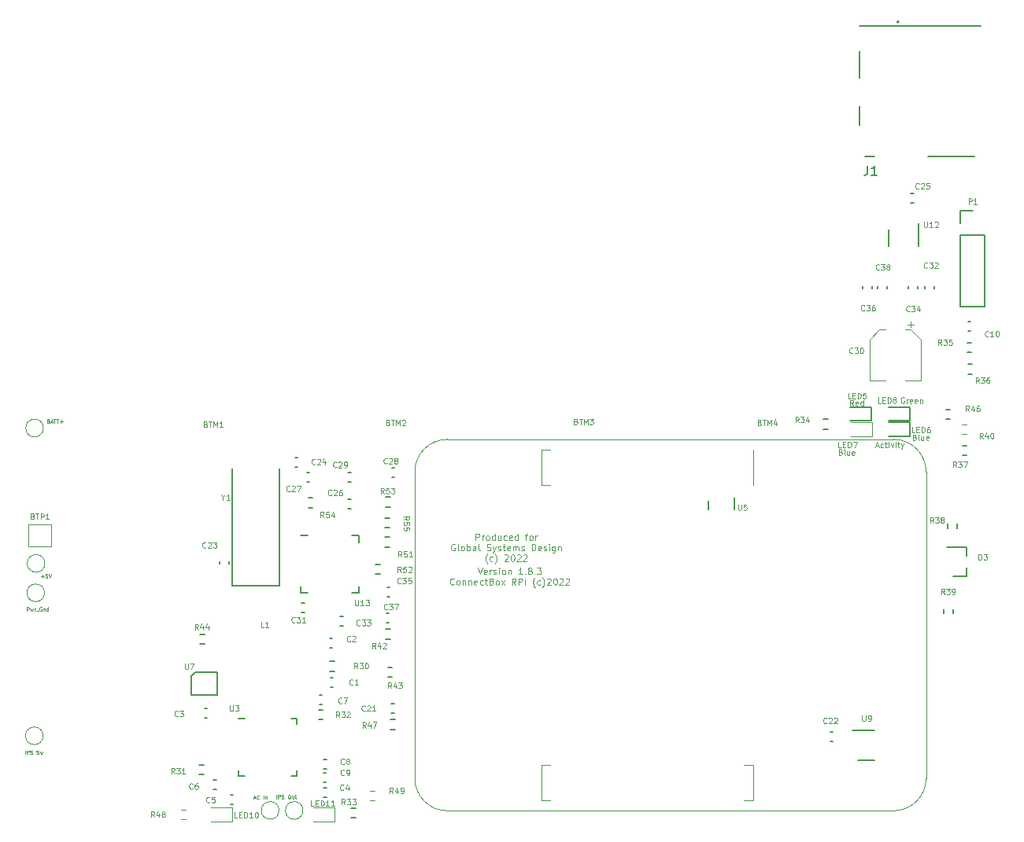
<source format=gbr>
%TF.GenerationSoftware,KiCad,Pcbnew,(6.0.1-0)*%
%TF.CreationDate,2022-04-09T17:35:35-06:00*%
%TF.ProjectId,HAT_CM4_183,4841545f-434d-4345-9f31-38332e6b6963,1.8.3*%
%TF.SameCoordinates,Original*%
%TF.FileFunction,Legend,Top*%
%TF.FilePolarity,Positive*%
%FSLAX46Y46*%
G04 Gerber Fmt 4.6, Leading zero omitted, Abs format (unit mm)*
G04 Created by KiCad (PCBNEW (6.0.1-0)) date 2022-04-09 17:35:35*
%MOMM*%
%LPD*%
G01*
G04 APERTURE LIST*
%ADD10C,0.100000*%
%ADD11C,0.120000*%
%ADD12C,0.150000*%
G04 APERTURE END LIST*
D10*
X102904761Y-156681428D02*
X102961904Y-156700476D01*
X102980952Y-156719523D01*
X103000000Y-156757619D01*
X103000000Y-156814761D01*
X102980952Y-156852857D01*
X102961904Y-156871904D01*
X102923809Y-156890952D01*
X102771428Y-156890952D01*
X102771428Y-156490952D01*
X102904761Y-156490952D01*
X102942857Y-156510000D01*
X102961904Y-156529047D01*
X102980952Y-156567142D01*
X102980952Y-156605238D01*
X102961904Y-156643333D01*
X102942857Y-156662380D01*
X102904761Y-156681428D01*
X102771428Y-156681428D01*
X103152380Y-156776666D02*
X103342857Y-156776666D01*
X103114285Y-156890952D02*
X103247619Y-156490952D01*
X103380952Y-156890952D01*
X103457142Y-156490952D02*
X103685714Y-156490952D01*
X103571428Y-156890952D02*
X103571428Y-156490952D01*
X103761904Y-156490952D02*
X103990476Y-156490952D01*
X103876190Y-156890952D02*
X103876190Y-156490952D01*
X104123809Y-156738571D02*
X104428571Y-156738571D01*
X104276190Y-156890952D02*
X104276190Y-156586190D01*
X102105714Y-173418571D02*
X102410476Y-173418571D01*
X102258095Y-173570952D02*
X102258095Y-173266190D01*
X102791428Y-173170952D02*
X102600952Y-173170952D01*
X102581904Y-173361428D01*
X102600952Y-173342380D01*
X102639047Y-173323333D01*
X102734285Y-173323333D01*
X102772380Y-173342380D01*
X102791428Y-173361428D01*
X102810476Y-173399523D01*
X102810476Y-173494761D01*
X102791428Y-173532857D01*
X102772380Y-173551904D01*
X102734285Y-173570952D01*
X102639047Y-173570952D01*
X102600952Y-173551904D01*
X102581904Y-173532857D01*
X102924761Y-173170952D02*
X103058095Y-173570952D01*
X103191428Y-173170952D01*
X196077142Y-158417142D02*
X196162857Y-158445714D01*
X196191428Y-158474285D01*
X196220000Y-158531428D01*
X196220000Y-158617142D01*
X196191428Y-158674285D01*
X196162857Y-158702857D01*
X196105714Y-158731428D01*
X195877142Y-158731428D01*
X195877142Y-158131428D01*
X196077142Y-158131428D01*
X196134285Y-158160000D01*
X196162857Y-158188571D01*
X196191428Y-158245714D01*
X196191428Y-158302857D01*
X196162857Y-158360000D01*
X196134285Y-158388571D01*
X196077142Y-158417142D01*
X195877142Y-158417142D01*
X196562857Y-158731428D02*
X196505714Y-158702857D01*
X196477142Y-158645714D01*
X196477142Y-158131428D01*
X197048571Y-158331428D02*
X197048571Y-158731428D01*
X196791428Y-158331428D02*
X196791428Y-158645714D01*
X196820000Y-158702857D01*
X196877142Y-158731428D01*
X196962857Y-158731428D01*
X197020000Y-158702857D01*
X197048571Y-158674285D01*
X197562857Y-158702857D02*
X197505714Y-158731428D01*
X197391428Y-158731428D01*
X197334285Y-158702857D01*
X197305714Y-158645714D01*
X197305714Y-158417142D01*
X197334285Y-158360000D01*
X197391428Y-158331428D01*
X197505714Y-158331428D01*
X197562857Y-158360000D01*
X197591428Y-158417142D01*
X197591428Y-158474285D01*
X197305714Y-158531428D01*
X124976190Y-197276666D02*
X125166666Y-197276666D01*
X124938095Y-197390952D02*
X125071428Y-196990952D01*
X125204761Y-197390952D01*
X125566666Y-197352857D02*
X125547619Y-197371904D01*
X125490476Y-197390952D01*
X125452380Y-197390952D01*
X125395238Y-197371904D01*
X125357142Y-197333809D01*
X125338095Y-197295714D01*
X125319047Y-197219523D01*
X125319047Y-197162380D01*
X125338095Y-197086190D01*
X125357142Y-197048095D01*
X125395238Y-197010000D01*
X125452380Y-196990952D01*
X125490476Y-196990952D01*
X125547619Y-197010000D01*
X125566666Y-197029047D01*
X126042857Y-197390952D02*
X126042857Y-196990952D01*
X126233333Y-197124285D02*
X126233333Y-197390952D01*
X126233333Y-197162380D02*
X126252380Y-197143333D01*
X126290476Y-197124285D01*
X126347619Y-197124285D01*
X126385714Y-197143333D01*
X126404761Y-197181428D01*
X126404761Y-197390952D01*
D11*
X149086656Y-172493154D02*
X149319990Y-173193154D01*
X149553323Y-172493154D01*
X150053323Y-173159821D02*
X149986656Y-173193154D01*
X149853323Y-173193154D01*
X149786656Y-173159821D01*
X149753323Y-173093154D01*
X149753323Y-172826488D01*
X149786656Y-172759821D01*
X149853323Y-172726488D01*
X149986656Y-172726488D01*
X150053323Y-172759821D01*
X150086656Y-172826488D01*
X150086656Y-172893154D01*
X149753323Y-172959821D01*
X150386656Y-173193154D02*
X150386656Y-172726488D01*
X150386656Y-172859821D02*
X150419990Y-172793154D01*
X150453323Y-172759821D01*
X150519990Y-172726488D01*
X150586656Y-172726488D01*
X150786656Y-173159821D02*
X150853323Y-173193154D01*
X150986656Y-173193154D01*
X151053323Y-173159821D01*
X151086656Y-173093154D01*
X151086656Y-173059821D01*
X151053323Y-172993154D01*
X150986656Y-172959821D01*
X150886656Y-172959821D01*
X150819990Y-172926488D01*
X150786656Y-172859821D01*
X150786656Y-172826488D01*
X150819990Y-172759821D01*
X150886656Y-172726488D01*
X150986656Y-172726488D01*
X151053323Y-172759821D01*
X151386656Y-173193154D02*
X151386656Y-172726488D01*
X151386656Y-172493154D02*
X151353323Y-172526488D01*
X151386656Y-172559821D01*
X151419990Y-172526488D01*
X151386656Y-172493154D01*
X151386656Y-172559821D01*
X151819990Y-173193154D02*
X151753323Y-173159821D01*
X151719990Y-173126488D01*
X151686656Y-173059821D01*
X151686656Y-172859821D01*
X151719990Y-172793154D01*
X151753323Y-172759821D01*
X151819990Y-172726488D01*
X151919990Y-172726488D01*
X151986656Y-172759821D01*
X152019990Y-172793154D01*
X152053323Y-172859821D01*
X152053323Y-173059821D01*
X152019990Y-173126488D01*
X151986656Y-173159821D01*
X151919990Y-173193154D01*
X151819990Y-173193154D01*
X152353323Y-172726488D02*
X152353323Y-173193154D01*
X152353323Y-172793154D02*
X152386656Y-172759821D01*
X152453323Y-172726488D01*
X152553323Y-172726488D01*
X152619990Y-172759821D01*
X152653323Y-172826488D01*
X152653323Y-173193154D01*
X153886656Y-173193154D02*
X153486656Y-173193154D01*
X153686656Y-173193154D02*
X153686656Y-172493154D01*
X153619990Y-172593154D01*
X153553323Y-172659821D01*
X153486656Y-172693154D01*
X154186656Y-173126488D02*
X154219990Y-173159821D01*
X154186656Y-173193154D01*
X154153323Y-173159821D01*
X154186656Y-173126488D01*
X154186656Y-173193154D01*
X154619990Y-172793154D02*
X154553323Y-172759821D01*
X154519990Y-172726488D01*
X154486656Y-172659821D01*
X154486656Y-172626488D01*
X154519990Y-172559821D01*
X154553323Y-172526488D01*
X154619990Y-172493154D01*
X154753323Y-172493154D01*
X154819990Y-172526488D01*
X154853323Y-172559821D01*
X154886656Y-172626488D01*
X154886656Y-172659821D01*
X154853323Y-172726488D01*
X154819990Y-172759821D01*
X154753323Y-172793154D01*
X154619990Y-172793154D01*
X154553323Y-172826488D01*
X154519990Y-172859821D01*
X154486656Y-172926488D01*
X154486656Y-173059821D01*
X154519990Y-173126488D01*
X154553323Y-173159821D01*
X154619990Y-173193154D01*
X154753323Y-173193154D01*
X154819990Y-173159821D01*
X154853323Y-173126488D01*
X154886656Y-173059821D01*
X154886656Y-172926488D01*
X154853323Y-172859821D01*
X154819990Y-172826488D01*
X154753323Y-172793154D01*
X155186656Y-173126488D02*
X155219990Y-173159821D01*
X155186656Y-173193154D01*
X155153323Y-173159821D01*
X155186656Y-173126488D01*
X155186656Y-173193154D01*
X155453323Y-172493154D02*
X155886656Y-172493154D01*
X155653323Y-172759821D01*
X155753323Y-172759821D01*
X155819990Y-172793154D01*
X155853323Y-172826488D01*
X155886656Y-172893154D01*
X155886656Y-173059821D01*
X155853323Y-173126488D01*
X155819990Y-173159821D01*
X155753323Y-173193154D01*
X155553323Y-173193154D01*
X155486656Y-173159821D01*
X155453323Y-173126488D01*
X146536656Y-174253488D02*
X146503323Y-174286821D01*
X146403323Y-174320154D01*
X146336656Y-174320154D01*
X146236656Y-174286821D01*
X146169990Y-174220154D01*
X146136656Y-174153488D01*
X146103323Y-174020154D01*
X146103323Y-173920154D01*
X146136656Y-173786821D01*
X146169990Y-173720154D01*
X146236656Y-173653488D01*
X146336656Y-173620154D01*
X146403323Y-173620154D01*
X146503323Y-173653488D01*
X146536656Y-173686821D01*
X146936656Y-174320154D02*
X146869990Y-174286821D01*
X146836656Y-174253488D01*
X146803323Y-174186821D01*
X146803323Y-173986821D01*
X146836656Y-173920154D01*
X146869990Y-173886821D01*
X146936656Y-173853488D01*
X147036656Y-173853488D01*
X147103323Y-173886821D01*
X147136656Y-173920154D01*
X147169990Y-173986821D01*
X147169990Y-174186821D01*
X147136656Y-174253488D01*
X147103323Y-174286821D01*
X147036656Y-174320154D01*
X146936656Y-174320154D01*
X147469990Y-173853488D02*
X147469990Y-174320154D01*
X147469990Y-173920154D02*
X147503323Y-173886821D01*
X147569990Y-173853488D01*
X147669990Y-173853488D01*
X147736656Y-173886821D01*
X147769990Y-173953488D01*
X147769990Y-174320154D01*
X148103323Y-173853488D02*
X148103323Y-174320154D01*
X148103323Y-173920154D02*
X148136656Y-173886821D01*
X148203323Y-173853488D01*
X148303323Y-173853488D01*
X148369990Y-173886821D01*
X148403323Y-173953488D01*
X148403323Y-174320154D01*
X149003323Y-174286821D02*
X148936656Y-174320154D01*
X148803323Y-174320154D01*
X148736656Y-174286821D01*
X148703323Y-174220154D01*
X148703323Y-173953488D01*
X148736656Y-173886821D01*
X148803323Y-173853488D01*
X148936656Y-173853488D01*
X149003323Y-173886821D01*
X149036656Y-173953488D01*
X149036656Y-174020154D01*
X148703323Y-174086821D01*
X149636656Y-174286821D02*
X149569990Y-174320154D01*
X149436656Y-174320154D01*
X149369990Y-174286821D01*
X149336656Y-174253488D01*
X149303323Y-174186821D01*
X149303323Y-173986821D01*
X149336656Y-173920154D01*
X149369990Y-173886821D01*
X149436656Y-173853488D01*
X149569990Y-173853488D01*
X149636656Y-173886821D01*
X149836656Y-173853488D02*
X150103323Y-173853488D01*
X149936656Y-173620154D02*
X149936656Y-174220154D01*
X149969990Y-174286821D01*
X150036656Y-174320154D01*
X150103323Y-174320154D01*
X150569990Y-173953488D02*
X150669990Y-173986821D01*
X150703323Y-174020154D01*
X150736656Y-174086821D01*
X150736656Y-174186821D01*
X150703323Y-174253488D01*
X150669990Y-174286821D01*
X150603323Y-174320154D01*
X150336656Y-174320154D01*
X150336656Y-173620154D01*
X150569990Y-173620154D01*
X150636656Y-173653488D01*
X150669990Y-173686821D01*
X150703323Y-173753488D01*
X150703323Y-173820154D01*
X150669990Y-173886821D01*
X150636656Y-173920154D01*
X150569990Y-173953488D01*
X150336656Y-173953488D01*
X151136656Y-174320154D02*
X151069990Y-174286821D01*
X151036656Y-174253488D01*
X151003323Y-174186821D01*
X151003323Y-173986821D01*
X151036656Y-173920154D01*
X151069990Y-173886821D01*
X151136656Y-173853488D01*
X151236656Y-173853488D01*
X151303323Y-173886821D01*
X151336656Y-173920154D01*
X151369990Y-173986821D01*
X151369990Y-174186821D01*
X151336656Y-174253488D01*
X151303323Y-174286821D01*
X151236656Y-174320154D01*
X151136656Y-174320154D01*
X151603323Y-174320154D02*
X151969990Y-173853488D01*
X151603323Y-173853488D02*
X151969990Y-174320154D01*
X153169990Y-174320154D02*
X152936656Y-173986821D01*
X152769990Y-174320154D02*
X152769990Y-173620154D01*
X153036656Y-173620154D01*
X153103323Y-173653488D01*
X153136656Y-173686821D01*
X153169990Y-173753488D01*
X153169990Y-173853488D01*
X153136656Y-173920154D01*
X153103323Y-173953488D01*
X153036656Y-173986821D01*
X152769990Y-173986821D01*
X153469990Y-174320154D02*
X153469990Y-173620154D01*
X153736656Y-173620154D01*
X153803323Y-173653488D01*
X153836656Y-173686821D01*
X153869990Y-173753488D01*
X153869990Y-173853488D01*
X153836656Y-173920154D01*
X153803323Y-173953488D01*
X153736656Y-173986821D01*
X153469990Y-173986821D01*
X154169990Y-174320154D02*
X154169990Y-173853488D01*
X154169990Y-173620154D02*
X154136656Y-173653488D01*
X154169990Y-173686821D01*
X154203323Y-173653488D01*
X154169990Y-173620154D01*
X154169990Y-173686821D01*
X155236656Y-174586821D02*
X155203323Y-174553488D01*
X155136656Y-174453488D01*
X155103323Y-174386821D01*
X155069990Y-174286821D01*
X155036656Y-174120154D01*
X155036656Y-173986821D01*
X155069990Y-173820154D01*
X155103323Y-173720154D01*
X155136656Y-173653488D01*
X155203323Y-173553488D01*
X155236656Y-173520154D01*
X155803323Y-174286821D02*
X155736656Y-174320154D01*
X155603323Y-174320154D01*
X155536656Y-174286821D01*
X155503323Y-174253488D01*
X155469990Y-174186821D01*
X155469990Y-173986821D01*
X155503323Y-173920154D01*
X155536656Y-173886821D01*
X155603323Y-173853488D01*
X155736656Y-173853488D01*
X155803323Y-173886821D01*
X156036656Y-174586821D02*
X156069990Y-174553488D01*
X156136656Y-174453488D01*
X156169990Y-174386821D01*
X156203323Y-174286821D01*
X156236656Y-174120154D01*
X156236656Y-173986821D01*
X156203323Y-173820154D01*
X156169990Y-173720154D01*
X156136656Y-173653488D01*
X156069990Y-173553488D01*
X156036656Y-173520154D01*
X156536656Y-173686821D02*
X156569990Y-173653488D01*
X156636656Y-173620154D01*
X156803323Y-173620154D01*
X156869990Y-173653488D01*
X156903323Y-173686821D01*
X156936656Y-173753488D01*
X156936656Y-173820154D01*
X156903323Y-173920154D01*
X156503323Y-174320154D01*
X156936656Y-174320154D01*
X157369990Y-173620154D02*
X157436656Y-173620154D01*
X157503323Y-173653488D01*
X157536656Y-173686821D01*
X157569990Y-173753488D01*
X157603323Y-173886821D01*
X157603323Y-174053488D01*
X157569990Y-174186821D01*
X157536656Y-174253488D01*
X157503323Y-174286821D01*
X157436656Y-174320154D01*
X157369990Y-174320154D01*
X157303323Y-174286821D01*
X157269990Y-174253488D01*
X157236656Y-174186821D01*
X157203323Y-174053488D01*
X157203323Y-173886821D01*
X157236656Y-173753488D01*
X157269990Y-173686821D01*
X157303323Y-173653488D01*
X157369990Y-173620154D01*
X157869990Y-173686821D02*
X157903323Y-173653488D01*
X157969990Y-173620154D01*
X158136656Y-173620154D01*
X158203323Y-173653488D01*
X158236656Y-173686821D01*
X158269990Y-173753488D01*
X158269990Y-173820154D01*
X158236656Y-173920154D01*
X157836656Y-174320154D01*
X158269990Y-174320154D01*
X158536656Y-173686821D02*
X158569990Y-173653488D01*
X158636656Y-173620154D01*
X158803323Y-173620154D01*
X158869990Y-173653488D01*
X158903323Y-173686821D01*
X158936656Y-173753488D01*
X158936656Y-173820154D01*
X158903323Y-173920154D01*
X158503323Y-174320154D01*
X158936656Y-174320154D01*
D10*
X194945714Y-154170000D02*
X194888571Y-154141428D01*
X194802857Y-154141428D01*
X194717142Y-154170000D01*
X194660000Y-154227142D01*
X194631428Y-154284285D01*
X194602857Y-154398571D01*
X194602857Y-154484285D01*
X194631428Y-154598571D01*
X194660000Y-154655714D01*
X194717142Y-154712857D01*
X194802857Y-154741428D01*
X194860000Y-154741428D01*
X194945714Y-154712857D01*
X194974285Y-154684285D01*
X194974285Y-154484285D01*
X194860000Y-154484285D01*
X195231428Y-154741428D02*
X195231428Y-154341428D01*
X195231428Y-154455714D02*
X195260000Y-154398571D01*
X195288571Y-154370000D01*
X195345714Y-154341428D01*
X195402857Y-154341428D01*
X195831428Y-154712857D02*
X195774285Y-154741428D01*
X195660000Y-154741428D01*
X195602857Y-154712857D01*
X195574285Y-154655714D01*
X195574285Y-154427142D01*
X195602857Y-154370000D01*
X195660000Y-154341428D01*
X195774285Y-154341428D01*
X195831428Y-154370000D01*
X195860000Y-154427142D01*
X195860000Y-154484285D01*
X195574285Y-154541428D01*
X196345714Y-154712857D02*
X196288571Y-154741428D01*
X196174285Y-154741428D01*
X196117142Y-154712857D01*
X196088571Y-154655714D01*
X196088571Y-154427142D01*
X196117142Y-154370000D01*
X196174285Y-154341428D01*
X196288571Y-154341428D01*
X196345714Y-154370000D01*
X196374285Y-154427142D01*
X196374285Y-154484285D01*
X196088571Y-154541428D01*
X196631428Y-154341428D02*
X196631428Y-154741428D01*
X196631428Y-154398571D02*
X196660000Y-154370000D01*
X196717142Y-154341428D01*
X196802857Y-154341428D01*
X196860000Y-154370000D01*
X196888571Y-154427142D01*
X196888571Y-154741428D01*
X191894285Y-159360000D02*
X192180000Y-159360000D01*
X191837142Y-159531428D02*
X192037142Y-158931428D01*
X192237142Y-159531428D01*
X192694285Y-159502857D02*
X192637142Y-159531428D01*
X192522857Y-159531428D01*
X192465714Y-159502857D01*
X192437142Y-159474285D01*
X192408571Y-159417142D01*
X192408571Y-159245714D01*
X192437142Y-159188571D01*
X192465714Y-159160000D01*
X192522857Y-159131428D01*
X192637142Y-159131428D01*
X192694285Y-159160000D01*
X192865714Y-159131428D02*
X193094285Y-159131428D01*
X192951428Y-158931428D02*
X192951428Y-159445714D01*
X192980000Y-159502857D01*
X193037142Y-159531428D01*
X193094285Y-159531428D01*
X193294285Y-159531428D02*
X193294285Y-159131428D01*
X193294285Y-158931428D02*
X193265714Y-158960000D01*
X193294285Y-158988571D01*
X193322857Y-158960000D01*
X193294285Y-158931428D01*
X193294285Y-158988571D01*
X193522857Y-159131428D02*
X193665714Y-159531428D01*
X193808571Y-159131428D01*
X194037142Y-159531428D02*
X194037142Y-159131428D01*
X194037142Y-158931428D02*
X194008571Y-158960000D01*
X194037142Y-158988571D01*
X194065714Y-158960000D01*
X194037142Y-158931428D01*
X194037142Y-158988571D01*
X194237142Y-159131428D02*
X194465714Y-159131428D01*
X194322857Y-158931428D02*
X194322857Y-159445714D01*
X194351428Y-159502857D01*
X194408571Y-159531428D01*
X194465714Y-159531428D01*
X194608571Y-159131428D02*
X194751428Y-159531428D01*
X194894285Y-159131428D02*
X194751428Y-159531428D01*
X194694285Y-159674285D01*
X194665714Y-159702857D01*
X194608571Y-159731428D01*
X188107142Y-160017142D02*
X188192857Y-160045714D01*
X188221428Y-160074285D01*
X188250000Y-160131428D01*
X188250000Y-160217142D01*
X188221428Y-160274285D01*
X188192857Y-160302857D01*
X188135714Y-160331428D01*
X187907142Y-160331428D01*
X187907142Y-159731428D01*
X188107142Y-159731428D01*
X188164285Y-159760000D01*
X188192857Y-159788571D01*
X188221428Y-159845714D01*
X188221428Y-159902857D01*
X188192857Y-159960000D01*
X188164285Y-159988571D01*
X188107142Y-160017142D01*
X187907142Y-160017142D01*
X188592857Y-160331428D02*
X188535714Y-160302857D01*
X188507142Y-160245714D01*
X188507142Y-159731428D01*
X189078571Y-159931428D02*
X189078571Y-160331428D01*
X188821428Y-159931428D02*
X188821428Y-160245714D01*
X188850000Y-160302857D01*
X188907142Y-160331428D01*
X188992857Y-160331428D01*
X189050000Y-160302857D01*
X189078571Y-160274285D01*
X189592857Y-160302857D02*
X189535714Y-160331428D01*
X189421428Y-160331428D01*
X189364285Y-160302857D01*
X189335714Y-160245714D01*
X189335714Y-160017142D01*
X189364285Y-159960000D01*
X189421428Y-159931428D01*
X189535714Y-159931428D01*
X189592857Y-159960000D01*
X189621428Y-160017142D01*
X189621428Y-160074285D01*
X189335714Y-160131428D01*
D11*
X148873333Y-169509666D02*
X148873333Y-168809666D01*
X149140000Y-168809666D01*
X149206666Y-168843000D01*
X149240000Y-168876333D01*
X149273333Y-168943000D01*
X149273333Y-169043000D01*
X149240000Y-169109666D01*
X149206666Y-169143000D01*
X149140000Y-169176333D01*
X148873333Y-169176333D01*
X149573333Y-169509666D02*
X149573333Y-169043000D01*
X149573333Y-169176333D02*
X149606666Y-169109666D01*
X149640000Y-169076333D01*
X149706666Y-169043000D01*
X149773333Y-169043000D01*
X150106666Y-169509666D02*
X150040000Y-169476333D01*
X150006666Y-169443000D01*
X149973333Y-169376333D01*
X149973333Y-169176333D01*
X150006666Y-169109666D01*
X150040000Y-169076333D01*
X150106666Y-169043000D01*
X150206666Y-169043000D01*
X150273333Y-169076333D01*
X150306666Y-169109666D01*
X150340000Y-169176333D01*
X150340000Y-169376333D01*
X150306666Y-169443000D01*
X150273333Y-169476333D01*
X150206666Y-169509666D01*
X150106666Y-169509666D01*
X150940000Y-169509666D02*
X150940000Y-168809666D01*
X150940000Y-169476333D02*
X150873333Y-169509666D01*
X150740000Y-169509666D01*
X150673333Y-169476333D01*
X150640000Y-169443000D01*
X150606666Y-169376333D01*
X150606666Y-169176333D01*
X150640000Y-169109666D01*
X150673333Y-169076333D01*
X150740000Y-169043000D01*
X150873333Y-169043000D01*
X150940000Y-169076333D01*
X151573333Y-169043000D02*
X151573333Y-169509666D01*
X151273333Y-169043000D02*
X151273333Y-169409666D01*
X151306666Y-169476333D01*
X151373333Y-169509666D01*
X151473333Y-169509666D01*
X151540000Y-169476333D01*
X151573333Y-169443000D01*
X152206666Y-169476333D02*
X152140000Y-169509666D01*
X152006666Y-169509666D01*
X151940000Y-169476333D01*
X151906666Y-169443000D01*
X151873333Y-169376333D01*
X151873333Y-169176333D01*
X151906666Y-169109666D01*
X151940000Y-169076333D01*
X152006666Y-169043000D01*
X152140000Y-169043000D01*
X152206666Y-169076333D01*
X152773333Y-169476333D02*
X152706666Y-169509666D01*
X152573333Y-169509666D01*
X152506666Y-169476333D01*
X152473333Y-169409666D01*
X152473333Y-169143000D01*
X152506666Y-169076333D01*
X152573333Y-169043000D01*
X152706666Y-169043000D01*
X152773333Y-169076333D01*
X152806666Y-169143000D01*
X152806666Y-169209666D01*
X152473333Y-169276333D01*
X153406666Y-169509666D02*
X153406666Y-168809666D01*
X153406666Y-169476333D02*
X153340000Y-169509666D01*
X153206666Y-169509666D01*
X153140000Y-169476333D01*
X153106666Y-169443000D01*
X153073333Y-169376333D01*
X153073333Y-169176333D01*
X153106666Y-169109666D01*
X153140000Y-169076333D01*
X153206666Y-169043000D01*
X153340000Y-169043000D01*
X153406666Y-169076333D01*
X154173333Y-169043000D02*
X154440000Y-169043000D01*
X154273333Y-169509666D02*
X154273333Y-168909666D01*
X154306666Y-168843000D01*
X154373333Y-168809666D01*
X154440000Y-168809666D01*
X154773333Y-169509666D02*
X154706666Y-169476333D01*
X154673333Y-169443000D01*
X154640000Y-169376333D01*
X154640000Y-169176333D01*
X154673333Y-169109666D01*
X154706666Y-169076333D01*
X154773333Y-169043000D01*
X154873333Y-169043000D01*
X154940000Y-169076333D01*
X154973333Y-169109666D01*
X155006666Y-169176333D01*
X155006666Y-169376333D01*
X154973333Y-169443000D01*
X154940000Y-169476333D01*
X154873333Y-169509666D01*
X154773333Y-169509666D01*
X155306666Y-169509666D02*
X155306666Y-169043000D01*
X155306666Y-169176333D02*
X155340000Y-169109666D01*
X155373333Y-169076333D01*
X155440000Y-169043000D01*
X155506666Y-169043000D01*
X146606666Y-169970000D02*
X146540000Y-169936666D01*
X146440000Y-169936666D01*
X146340000Y-169970000D01*
X146273333Y-170036666D01*
X146240000Y-170103333D01*
X146206666Y-170236666D01*
X146206666Y-170336666D01*
X146240000Y-170470000D01*
X146273333Y-170536666D01*
X146340000Y-170603333D01*
X146440000Y-170636666D01*
X146506666Y-170636666D01*
X146606666Y-170603333D01*
X146640000Y-170570000D01*
X146640000Y-170336666D01*
X146506666Y-170336666D01*
X147040000Y-170636666D02*
X146973333Y-170603333D01*
X146940000Y-170536666D01*
X146940000Y-169936666D01*
X147406666Y-170636666D02*
X147340000Y-170603333D01*
X147306666Y-170570000D01*
X147273333Y-170503333D01*
X147273333Y-170303333D01*
X147306666Y-170236666D01*
X147340000Y-170203333D01*
X147406666Y-170170000D01*
X147506666Y-170170000D01*
X147573333Y-170203333D01*
X147606666Y-170236666D01*
X147640000Y-170303333D01*
X147640000Y-170503333D01*
X147606666Y-170570000D01*
X147573333Y-170603333D01*
X147506666Y-170636666D01*
X147406666Y-170636666D01*
X147940000Y-170636666D02*
X147940000Y-169936666D01*
X147940000Y-170203333D02*
X148006666Y-170170000D01*
X148140000Y-170170000D01*
X148206666Y-170203333D01*
X148240000Y-170236666D01*
X148273333Y-170303333D01*
X148273333Y-170503333D01*
X148240000Y-170570000D01*
X148206666Y-170603333D01*
X148140000Y-170636666D01*
X148006666Y-170636666D01*
X147940000Y-170603333D01*
X148873333Y-170636666D02*
X148873333Y-170270000D01*
X148840000Y-170203333D01*
X148773333Y-170170000D01*
X148640000Y-170170000D01*
X148573333Y-170203333D01*
X148873333Y-170603333D02*
X148806666Y-170636666D01*
X148640000Y-170636666D01*
X148573333Y-170603333D01*
X148540000Y-170536666D01*
X148540000Y-170470000D01*
X148573333Y-170403333D01*
X148640000Y-170370000D01*
X148806666Y-170370000D01*
X148873333Y-170336666D01*
X149306666Y-170636666D02*
X149240000Y-170603333D01*
X149206666Y-170536666D01*
X149206666Y-169936666D01*
X150073333Y-170603333D02*
X150173333Y-170636666D01*
X150340000Y-170636666D01*
X150406666Y-170603333D01*
X150440000Y-170570000D01*
X150473333Y-170503333D01*
X150473333Y-170436666D01*
X150440000Y-170370000D01*
X150406666Y-170336666D01*
X150340000Y-170303333D01*
X150206666Y-170270000D01*
X150140000Y-170236666D01*
X150106666Y-170203333D01*
X150073333Y-170136666D01*
X150073333Y-170070000D01*
X150106666Y-170003333D01*
X150140000Y-169970000D01*
X150206666Y-169936666D01*
X150373333Y-169936666D01*
X150473333Y-169970000D01*
X150706666Y-170170000D02*
X150873333Y-170636666D01*
X151040000Y-170170000D02*
X150873333Y-170636666D01*
X150806666Y-170803333D01*
X150773333Y-170836666D01*
X150706666Y-170870000D01*
X151273333Y-170603333D02*
X151340000Y-170636666D01*
X151473333Y-170636666D01*
X151540000Y-170603333D01*
X151573333Y-170536666D01*
X151573333Y-170503333D01*
X151540000Y-170436666D01*
X151473333Y-170403333D01*
X151373333Y-170403333D01*
X151306666Y-170370000D01*
X151273333Y-170303333D01*
X151273333Y-170270000D01*
X151306666Y-170203333D01*
X151373333Y-170170000D01*
X151473333Y-170170000D01*
X151540000Y-170203333D01*
X151773333Y-170170000D02*
X152040000Y-170170000D01*
X151873333Y-169936666D02*
X151873333Y-170536666D01*
X151906666Y-170603333D01*
X151973333Y-170636666D01*
X152040000Y-170636666D01*
X152540000Y-170603333D02*
X152473333Y-170636666D01*
X152340000Y-170636666D01*
X152273333Y-170603333D01*
X152240000Y-170536666D01*
X152240000Y-170270000D01*
X152273333Y-170203333D01*
X152340000Y-170170000D01*
X152473333Y-170170000D01*
X152540000Y-170203333D01*
X152573333Y-170270000D01*
X152573333Y-170336666D01*
X152240000Y-170403333D01*
X152873333Y-170636666D02*
X152873333Y-170170000D01*
X152873333Y-170236666D02*
X152906666Y-170203333D01*
X152973333Y-170170000D01*
X153073333Y-170170000D01*
X153140000Y-170203333D01*
X153173333Y-170270000D01*
X153173333Y-170636666D01*
X153173333Y-170270000D02*
X153206666Y-170203333D01*
X153273333Y-170170000D01*
X153373333Y-170170000D01*
X153440000Y-170203333D01*
X153473333Y-170270000D01*
X153473333Y-170636666D01*
X153773333Y-170603333D02*
X153840000Y-170636666D01*
X153973333Y-170636666D01*
X154040000Y-170603333D01*
X154073333Y-170536666D01*
X154073333Y-170503333D01*
X154040000Y-170436666D01*
X153973333Y-170403333D01*
X153873333Y-170403333D01*
X153806666Y-170370000D01*
X153773333Y-170303333D01*
X153773333Y-170270000D01*
X153806666Y-170203333D01*
X153873333Y-170170000D01*
X153973333Y-170170000D01*
X154040000Y-170203333D01*
X154906666Y-170636666D02*
X154906666Y-169936666D01*
X155073333Y-169936666D01*
X155173333Y-169970000D01*
X155240000Y-170036666D01*
X155273333Y-170103333D01*
X155306666Y-170236666D01*
X155306666Y-170336666D01*
X155273333Y-170470000D01*
X155240000Y-170536666D01*
X155173333Y-170603333D01*
X155073333Y-170636666D01*
X154906666Y-170636666D01*
X155873333Y-170603333D02*
X155806666Y-170636666D01*
X155673333Y-170636666D01*
X155606666Y-170603333D01*
X155573333Y-170536666D01*
X155573333Y-170270000D01*
X155606666Y-170203333D01*
X155673333Y-170170000D01*
X155806666Y-170170000D01*
X155873333Y-170203333D01*
X155906666Y-170270000D01*
X155906666Y-170336666D01*
X155573333Y-170403333D01*
X156173333Y-170603333D02*
X156240000Y-170636666D01*
X156373333Y-170636666D01*
X156440000Y-170603333D01*
X156473333Y-170536666D01*
X156473333Y-170503333D01*
X156440000Y-170436666D01*
X156373333Y-170403333D01*
X156273333Y-170403333D01*
X156206666Y-170370000D01*
X156173333Y-170303333D01*
X156173333Y-170270000D01*
X156206666Y-170203333D01*
X156273333Y-170170000D01*
X156373333Y-170170000D01*
X156440000Y-170203333D01*
X156773333Y-170636666D02*
X156773333Y-170170000D01*
X156773333Y-169936666D02*
X156740000Y-169970000D01*
X156773333Y-170003333D01*
X156806666Y-169970000D01*
X156773333Y-169936666D01*
X156773333Y-170003333D01*
X157406666Y-170170000D02*
X157406666Y-170736666D01*
X157373333Y-170803333D01*
X157340000Y-170836666D01*
X157273333Y-170870000D01*
X157173333Y-170870000D01*
X157106666Y-170836666D01*
X157406666Y-170603333D02*
X157340000Y-170636666D01*
X157206666Y-170636666D01*
X157140000Y-170603333D01*
X157106666Y-170570000D01*
X157073333Y-170503333D01*
X157073333Y-170303333D01*
X157106666Y-170236666D01*
X157140000Y-170203333D01*
X157206666Y-170170000D01*
X157340000Y-170170000D01*
X157406666Y-170203333D01*
X157740000Y-170170000D02*
X157740000Y-170636666D01*
X157740000Y-170236666D02*
X157773333Y-170203333D01*
X157840000Y-170170000D01*
X157940000Y-170170000D01*
X158006666Y-170203333D01*
X158040000Y-170270000D01*
X158040000Y-170636666D01*
X150140000Y-172030333D02*
X150106666Y-171997000D01*
X150040000Y-171897000D01*
X150006666Y-171830333D01*
X149973333Y-171730333D01*
X149940000Y-171563666D01*
X149940000Y-171430333D01*
X149973333Y-171263666D01*
X150006666Y-171163666D01*
X150040000Y-171097000D01*
X150106666Y-170997000D01*
X150140000Y-170963666D01*
X150706666Y-171730333D02*
X150640000Y-171763666D01*
X150506666Y-171763666D01*
X150440000Y-171730333D01*
X150406666Y-171697000D01*
X150373333Y-171630333D01*
X150373333Y-171430333D01*
X150406666Y-171363666D01*
X150440000Y-171330333D01*
X150506666Y-171297000D01*
X150640000Y-171297000D01*
X150706666Y-171330333D01*
X150940000Y-172030333D02*
X150973333Y-171997000D01*
X151040000Y-171897000D01*
X151073333Y-171830333D01*
X151106666Y-171730333D01*
X151140000Y-171563666D01*
X151140000Y-171430333D01*
X151106666Y-171263666D01*
X151073333Y-171163666D01*
X151040000Y-171097000D01*
X150973333Y-170997000D01*
X150940000Y-170963666D01*
X151973333Y-171130333D02*
X152006666Y-171097000D01*
X152073333Y-171063666D01*
X152240000Y-171063666D01*
X152306666Y-171097000D01*
X152340000Y-171130333D01*
X152373333Y-171197000D01*
X152373333Y-171263666D01*
X152340000Y-171363666D01*
X151940000Y-171763666D01*
X152373333Y-171763666D01*
X152806666Y-171063666D02*
X152873333Y-171063666D01*
X152940000Y-171097000D01*
X152973333Y-171130333D01*
X153006666Y-171197000D01*
X153040000Y-171330333D01*
X153040000Y-171497000D01*
X153006666Y-171630333D01*
X152973333Y-171697000D01*
X152940000Y-171730333D01*
X152873333Y-171763666D01*
X152806666Y-171763666D01*
X152740000Y-171730333D01*
X152706666Y-171697000D01*
X152673333Y-171630333D01*
X152640000Y-171497000D01*
X152640000Y-171330333D01*
X152673333Y-171197000D01*
X152706666Y-171130333D01*
X152740000Y-171097000D01*
X152806666Y-171063666D01*
X153306666Y-171130333D02*
X153340000Y-171097000D01*
X153406666Y-171063666D01*
X153573333Y-171063666D01*
X153640000Y-171097000D01*
X153673333Y-171130333D01*
X153706666Y-171197000D01*
X153706666Y-171263666D01*
X153673333Y-171363666D01*
X153273333Y-171763666D01*
X153706666Y-171763666D01*
X153973333Y-171130333D02*
X154006666Y-171097000D01*
X154073333Y-171063666D01*
X154240000Y-171063666D01*
X154306666Y-171097000D01*
X154340000Y-171130333D01*
X154373333Y-171197000D01*
X154373333Y-171263666D01*
X154340000Y-171363666D01*
X153940000Y-171763666D01*
X154373333Y-171763666D01*
D10*
X100367142Y-192560952D02*
X100367142Y-192160952D01*
X100557619Y-192560952D02*
X100557619Y-192160952D01*
X100710000Y-192160952D01*
X100748095Y-192180000D01*
X100767142Y-192199047D01*
X100786190Y-192237142D01*
X100786190Y-192294285D01*
X100767142Y-192332380D01*
X100748095Y-192351428D01*
X100710000Y-192370476D01*
X100557619Y-192370476D01*
X100938571Y-192541904D02*
X100995714Y-192560952D01*
X101090952Y-192560952D01*
X101129047Y-192541904D01*
X101148095Y-192522857D01*
X101167142Y-192484761D01*
X101167142Y-192446666D01*
X101148095Y-192408571D01*
X101129047Y-192389523D01*
X101090952Y-192370476D01*
X101014761Y-192351428D01*
X100976666Y-192332380D01*
X100957619Y-192313333D01*
X100938571Y-192275238D01*
X100938571Y-192237142D01*
X100957619Y-192199047D01*
X100976666Y-192180000D01*
X101014761Y-192160952D01*
X101110000Y-192160952D01*
X101167142Y-192180000D01*
X101624285Y-192541904D02*
X101681428Y-192560952D01*
X101776666Y-192560952D01*
X101814761Y-192541904D01*
X101833809Y-192522857D01*
X101852857Y-192484761D01*
X101852857Y-192446666D01*
X101833809Y-192408571D01*
X101814761Y-192389523D01*
X101776666Y-192370476D01*
X101700476Y-192351428D01*
X101662380Y-192332380D01*
X101643333Y-192313333D01*
X101624285Y-192275238D01*
X101624285Y-192237142D01*
X101643333Y-192199047D01*
X101662380Y-192180000D01*
X101700476Y-192160952D01*
X101795714Y-192160952D01*
X101852857Y-192180000D01*
X101986190Y-192294285D02*
X102062380Y-192560952D01*
X102138571Y-192370476D01*
X102214761Y-192560952D01*
X102290952Y-192294285D01*
X189507142Y-155001428D02*
X189307142Y-154715714D01*
X189164285Y-155001428D02*
X189164285Y-154401428D01*
X189392857Y-154401428D01*
X189450000Y-154430000D01*
X189478571Y-154458571D01*
X189507142Y-154515714D01*
X189507142Y-154601428D01*
X189478571Y-154658571D01*
X189450000Y-154687142D01*
X189392857Y-154715714D01*
X189164285Y-154715714D01*
X189992857Y-154972857D02*
X189935714Y-155001428D01*
X189821428Y-155001428D01*
X189764285Y-154972857D01*
X189735714Y-154915714D01*
X189735714Y-154687142D01*
X189764285Y-154630000D01*
X189821428Y-154601428D01*
X189935714Y-154601428D01*
X189992857Y-154630000D01*
X190021428Y-154687142D01*
X190021428Y-154744285D01*
X189735714Y-154801428D01*
X190535714Y-155001428D02*
X190535714Y-154401428D01*
X190535714Y-154972857D02*
X190478571Y-155001428D01*
X190364285Y-155001428D01*
X190307142Y-154972857D01*
X190278571Y-154944285D01*
X190250000Y-154887142D01*
X190250000Y-154715714D01*
X190278571Y-154658571D01*
X190307142Y-154630000D01*
X190364285Y-154601428D01*
X190478571Y-154601428D01*
X190535714Y-154630000D01*
X127412380Y-197330952D02*
X127412380Y-196930952D01*
X127602857Y-197330952D02*
X127602857Y-196930952D01*
X127755238Y-196930952D01*
X127793333Y-196950000D01*
X127812380Y-196969047D01*
X127831428Y-197007142D01*
X127831428Y-197064285D01*
X127812380Y-197102380D01*
X127793333Y-197121428D01*
X127755238Y-197140476D01*
X127602857Y-197140476D01*
X127983809Y-197311904D02*
X128040952Y-197330952D01*
X128136190Y-197330952D01*
X128174285Y-197311904D01*
X128193333Y-197292857D01*
X128212380Y-197254761D01*
X128212380Y-197216666D01*
X128193333Y-197178571D01*
X128174285Y-197159523D01*
X128136190Y-197140476D01*
X128060000Y-197121428D01*
X128021904Y-197102380D01*
X128002857Y-197083333D01*
X127983809Y-197045238D01*
X127983809Y-197007142D01*
X128002857Y-196969047D01*
X128021904Y-196950000D01*
X128060000Y-196930952D01*
X128155238Y-196930952D01*
X128212380Y-196950000D01*
X128764761Y-196930952D02*
X128840952Y-196930952D01*
X128879047Y-196950000D01*
X128917142Y-196988095D01*
X128936190Y-197064285D01*
X128936190Y-197197619D01*
X128917142Y-197273809D01*
X128879047Y-197311904D01*
X128840952Y-197330952D01*
X128764761Y-197330952D01*
X128726666Y-197311904D01*
X128688571Y-197273809D01*
X128669523Y-197197619D01*
X128669523Y-197064285D01*
X128688571Y-196988095D01*
X128726666Y-196950000D01*
X128764761Y-196930952D01*
X129279047Y-197064285D02*
X129279047Y-197330952D01*
X129107619Y-197064285D02*
X129107619Y-197273809D01*
X129126666Y-197311904D01*
X129164761Y-197330952D01*
X129221904Y-197330952D01*
X129260000Y-197311904D01*
X129279047Y-197292857D01*
X129412380Y-197064285D02*
X129564761Y-197064285D01*
X129469523Y-196930952D02*
X129469523Y-197273809D01*
X129488571Y-197311904D01*
X129526666Y-197330952D01*
X129564761Y-197330952D01*
X100577619Y-177130952D02*
X100577619Y-176730952D01*
X100730000Y-176730952D01*
X100768095Y-176750000D01*
X100787142Y-176769047D01*
X100806190Y-176807142D01*
X100806190Y-176864285D01*
X100787142Y-176902380D01*
X100768095Y-176921428D01*
X100730000Y-176940476D01*
X100577619Y-176940476D01*
X100939523Y-176864285D02*
X101015714Y-177130952D01*
X101091904Y-176940476D01*
X101168095Y-177130952D01*
X101244285Y-176864285D01*
X101396666Y-177130952D02*
X101396666Y-176864285D01*
X101396666Y-176940476D02*
X101415714Y-176902380D01*
X101434761Y-176883333D01*
X101472857Y-176864285D01*
X101510952Y-176864285D01*
X101549047Y-177169047D02*
X101853809Y-177169047D01*
X102158571Y-176750000D02*
X102120476Y-176730952D01*
X102063333Y-176730952D01*
X102006190Y-176750000D01*
X101968095Y-176788095D01*
X101949047Y-176826190D01*
X101930000Y-176902380D01*
X101930000Y-176959523D01*
X101949047Y-177035714D01*
X101968095Y-177073809D01*
X102006190Y-177111904D01*
X102063333Y-177130952D01*
X102101428Y-177130952D01*
X102158571Y-177111904D01*
X102177619Y-177092857D01*
X102177619Y-176959523D01*
X102101428Y-176959523D01*
X102349047Y-176864285D02*
X102349047Y-177130952D01*
X102349047Y-176902380D02*
X102368095Y-176883333D01*
X102406190Y-176864285D01*
X102463333Y-176864285D01*
X102501428Y-176883333D01*
X102520476Y-176921428D01*
X102520476Y-177130952D01*
X102882380Y-177130952D02*
X102882380Y-176730952D01*
X102882380Y-177111904D02*
X102844285Y-177130952D01*
X102768095Y-177130952D01*
X102730000Y-177111904D01*
X102710952Y-177092857D01*
X102691904Y-177054761D01*
X102691904Y-176940476D01*
X102710952Y-176902380D01*
X102730000Y-176883333D01*
X102768095Y-176864285D01*
X102844285Y-176864285D01*
X102882380Y-176883333D01*
%TO.C,R32*%
X134204285Y-188591428D02*
X134004285Y-188305714D01*
X133861428Y-188591428D02*
X133861428Y-187991428D01*
X134090000Y-187991428D01*
X134147142Y-188020000D01*
X134175714Y-188048571D01*
X134204285Y-188105714D01*
X134204285Y-188191428D01*
X134175714Y-188248571D01*
X134147142Y-188277142D01*
X134090000Y-188305714D01*
X133861428Y-188305714D01*
X134404285Y-187991428D02*
X134775714Y-187991428D01*
X134575714Y-188220000D01*
X134661428Y-188220000D01*
X134718571Y-188248571D01*
X134747142Y-188277142D01*
X134775714Y-188334285D01*
X134775714Y-188477142D01*
X134747142Y-188534285D01*
X134718571Y-188562857D01*
X134661428Y-188591428D01*
X134490000Y-188591428D01*
X134432857Y-188562857D01*
X134404285Y-188534285D01*
X135004285Y-188048571D02*
X135032857Y-188020000D01*
X135090000Y-187991428D01*
X135232857Y-187991428D01*
X135290000Y-188020000D01*
X135318571Y-188048571D01*
X135347142Y-188105714D01*
X135347142Y-188162857D01*
X135318571Y-188248571D01*
X134975714Y-188591428D01*
X135347142Y-188591428D01*
%TO.C,R34*%
X183594285Y-156841428D02*
X183394285Y-156555714D01*
X183251428Y-156841428D02*
X183251428Y-156241428D01*
X183480000Y-156241428D01*
X183537142Y-156270000D01*
X183565714Y-156298571D01*
X183594285Y-156355714D01*
X183594285Y-156441428D01*
X183565714Y-156498571D01*
X183537142Y-156527142D01*
X183480000Y-156555714D01*
X183251428Y-156555714D01*
X183794285Y-156241428D02*
X184165714Y-156241428D01*
X183965714Y-156470000D01*
X184051428Y-156470000D01*
X184108571Y-156498571D01*
X184137142Y-156527142D01*
X184165714Y-156584285D01*
X184165714Y-156727142D01*
X184137142Y-156784285D01*
X184108571Y-156812857D01*
X184051428Y-156841428D01*
X183880000Y-156841428D01*
X183822857Y-156812857D01*
X183794285Y-156784285D01*
X184680000Y-156441428D02*
X184680000Y-156841428D01*
X184537142Y-156212857D02*
X184394285Y-156641428D01*
X184765714Y-156641428D01*
%TO.C,C37*%
X139344285Y-176944285D02*
X139315714Y-176972857D01*
X139230000Y-177001428D01*
X139172857Y-177001428D01*
X139087142Y-176972857D01*
X139030000Y-176915714D01*
X139001428Y-176858571D01*
X138972857Y-176744285D01*
X138972857Y-176658571D01*
X139001428Y-176544285D01*
X139030000Y-176487142D01*
X139087142Y-176430000D01*
X139172857Y-176401428D01*
X139230000Y-176401428D01*
X139315714Y-176430000D01*
X139344285Y-176458571D01*
X139544285Y-176401428D02*
X139915714Y-176401428D01*
X139715714Y-176630000D01*
X139801428Y-176630000D01*
X139858571Y-176658571D01*
X139887142Y-176687142D01*
X139915714Y-176744285D01*
X139915714Y-176887142D01*
X139887142Y-176944285D01*
X139858571Y-176972857D01*
X139801428Y-177001428D01*
X139630000Y-177001428D01*
X139572857Y-176972857D01*
X139544285Y-176944285D01*
X140115714Y-176401428D02*
X140515714Y-176401428D01*
X140258571Y-177001428D01*
%TO.C,R51*%
X140904285Y-171321428D02*
X140704285Y-171035714D01*
X140561428Y-171321428D02*
X140561428Y-170721428D01*
X140790000Y-170721428D01*
X140847142Y-170750000D01*
X140875714Y-170778571D01*
X140904285Y-170835714D01*
X140904285Y-170921428D01*
X140875714Y-170978571D01*
X140847142Y-171007142D01*
X140790000Y-171035714D01*
X140561428Y-171035714D01*
X141447142Y-170721428D02*
X141161428Y-170721428D01*
X141132857Y-171007142D01*
X141161428Y-170978571D01*
X141218571Y-170950000D01*
X141361428Y-170950000D01*
X141418571Y-170978571D01*
X141447142Y-171007142D01*
X141475714Y-171064285D01*
X141475714Y-171207142D01*
X141447142Y-171264285D01*
X141418571Y-171292857D01*
X141361428Y-171321428D01*
X141218571Y-171321428D01*
X141161428Y-171292857D01*
X141132857Y-171264285D01*
X142047142Y-171321428D02*
X141704285Y-171321428D01*
X141875714Y-171321428D02*
X141875714Y-170721428D01*
X141818571Y-170807142D01*
X141761428Y-170864285D01*
X141704285Y-170892857D01*
%TO.C,R38*%
X198104285Y-167661428D02*
X197904285Y-167375714D01*
X197761428Y-167661428D02*
X197761428Y-167061428D01*
X197990000Y-167061428D01*
X198047142Y-167090000D01*
X198075714Y-167118571D01*
X198104285Y-167175714D01*
X198104285Y-167261428D01*
X198075714Y-167318571D01*
X198047142Y-167347142D01*
X197990000Y-167375714D01*
X197761428Y-167375714D01*
X198304285Y-167061428D02*
X198675714Y-167061428D01*
X198475714Y-167290000D01*
X198561428Y-167290000D01*
X198618571Y-167318571D01*
X198647142Y-167347142D01*
X198675714Y-167404285D01*
X198675714Y-167547142D01*
X198647142Y-167604285D01*
X198618571Y-167632857D01*
X198561428Y-167661428D01*
X198390000Y-167661428D01*
X198332857Y-167632857D01*
X198304285Y-167604285D01*
X199018571Y-167318571D02*
X198961428Y-167290000D01*
X198932857Y-167261428D01*
X198904285Y-167204285D01*
X198904285Y-167175714D01*
X198932857Y-167118571D01*
X198961428Y-167090000D01*
X199018571Y-167061428D01*
X199132857Y-167061428D01*
X199190000Y-167090000D01*
X199218571Y-167118571D01*
X199247142Y-167175714D01*
X199247142Y-167204285D01*
X199218571Y-167261428D01*
X199190000Y-167290000D01*
X199132857Y-167318571D01*
X199018571Y-167318571D01*
X198961428Y-167347142D01*
X198932857Y-167375714D01*
X198904285Y-167432857D01*
X198904285Y-167547142D01*
X198932857Y-167604285D01*
X198961428Y-167632857D01*
X199018571Y-167661428D01*
X199132857Y-167661428D01*
X199190000Y-167632857D01*
X199218571Y-167604285D01*
X199247142Y-167547142D01*
X199247142Y-167432857D01*
X199218571Y-167375714D01*
X199190000Y-167347142D01*
X199132857Y-167318571D01*
%TO.C,C8*%
X134710000Y-193594285D02*
X134681428Y-193622857D01*
X134595714Y-193651428D01*
X134538571Y-193651428D01*
X134452857Y-193622857D01*
X134395714Y-193565714D01*
X134367142Y-193508571D01*
X134338571Y-193394285D01*
X134338571Y-193308571D01*
X134367142Y-193194285D01*
X134395714Y-193137142D01*
X134452857Y-193080000D01*
X134538571Y-193051428D01*
X134595714Y-193051428D01*
X134681428Y-193080000D01*
X134710000Y-193108571D01*
X135052857Y-193308571D02*
X134995714Y-193280000D01*
X134967142Y-193251428D01*
X134938571Y-193194285D01*
X134938571Y-193165714D01*
X134967142Y-193108571D01*
X134995714Y-193080000D01*
X135052857Y-193051428D01*
X135167142Y-193051428D01*
X135224285Y-193080000D01*
X135252857Y-193108571D01*
X135281428Y-193165714D01*
X135281428Y-193194285D01*
X135252857Y-193251428D01*
X135224285Y-193280000D01*
X135167142Y-193308571D01*
X135052857Y-193308571D01*
X134995714Y-193337142D01*
X134967142Y-193365714D01*
X134938571Y-193422857D01*
X134938571Y-193537142D01*
X134967142Y-193594285D01*
X134995714Y-193622857D01*
X135052857Y-193651428D01*
X135167142Y-193651428D01*
X135224285Y-193622857D01*
X135252857Y-193594285D01*
X135281428Y-193537142D01*
X135281428Y-193422857D01*
X135252857Y-193365714D01*
X135224285Y-193337142D01*
X135167142Y-193308571D01*
%TO.C,C6*%
X118420000Y-196254285D02*
X118391428Y-196282857D01*
X118305714Y-196311428D01*
X118248571Y-196311428D01*
X118162857Y-196282857D01*
X118105714Y-196225714D01*
X118077142Y-196168571D01*
X118048571Y-196054285D01*
X118048571Y-195968571D01*
X118077142Y-195854285D01*
X118105714Y-195797142D01*
X118162857Y-195740000D01*
X118248571Y-195711428D01*
X118305714Y-195711428D01*
X118391428Y-195740000D01*
X118420000Y-195768571D01*
X118934285Y-195711428D02*
X118820000Y-195711428D01*
X118762857Y-195740000D01*
X118734285Y-195768571D01*
X118677142Y-195854285D01*
X118648571Y-195968571D01*
X118648571Y-196197142D01*
X118677142Y-196254285D01*
X118705714Y-196282857D01*
X118762857Y-196311428D01*
X118877142Y-196311428D01*
X118934285Y-196282857D01*
X118962857Y-196254285D01*
X118991428Y-196197142D01*
X118991428Y-196054285D01*
X118962857Y-195997142D01*
X118934285Y-195968571D01*
X118877142Y-195940000D01*
X118762857Y-195940000D01*
X118705714Y-195968571D01*
X118677142Y-195997142D01*
X118648571Y-196054285D01*
%TO.C,C32*%
X197444285Y-140134285D02*
X197415714Y-140162857D01*
X197330000Y-140191428D01*
X197272857Y-140191428D01*
X197187142Y-140162857D01*
X197130000Y-140105714D01*
X197101428Y-140048571D01*
X197072857Y-139934285D01*
X197072857Y-139848571D01*
X197101428Y-139734285D01*
X197130000Y-139677142D01*
X197187142Y-139620000D01*
X197272857Y-139591428D01*
X197330000Y-139591428D01*
X197415714Y-139620000D01*
X197444285Y-139648571D01*
X197644285Y-139591428D02*
X198015714Y-139591428D01*
X197815714Y-139820000D01*
X197901428Y-139820000D01*
X197958571Y-139848571D01*
X197987142Y-139877142D01*
X198015714Y-139934285D01*
X198015714Y-140077142D01*
X197987142Y-140134285D01*
X197958571Y-140162857D01*
X197901428Y-140191428D01*
X197730000Y-140191428D01*
X197672857Y-140162857D01*
X197644285Y-140134285D01*
X198244285Y-139648571D02*
X198272857Y-139620000D01*
X198330000Y-139591428D01*
X198472857Y-139591428D01*
X198530000Y-139620000D01*
X198558571Y-139648571D01*
X198587142Y-139705714D01*
X198587142Y-139762857D01*
X198558571Y-139848571D01*
X198215714Y-140191428D01*
X198587142Y-140191428D01*
%TO.C,C28*%
X139324285Y-161214285D02*
X139295714Y-161242857D01*
X139210000Y-161271428D01*
X139152857Y-161271428D01*
X139067142Y-161242857D01*
X139010000Y-161185714D01*
X138981428Y-161128571D01*
X138952857Y-161014285D01*
X138952857Y-160928571D01*
X138981428Y-160814285D01*
X139010000Y-160757142D01*
X139067142Y-160700000D01*
X139152857Y-160671428D01*
X139210000Y-160671428D01*
X139295714Y-160700000D01*
X139324285Y-160728571D01*
X139552857Y-160728571D02*
X139581428Y-160700000D01*
X139638571Y-160671428D01*
X139781428Y-160671428D01*
X139838571Y-160700000D01*
X139867142Y-160728571D01*
X139895714Y-160785714D01*
X139895714Y-160842857D01*
X139867142Y-160928571D01*
X139524285Y-161271428D01*
X139895714Y-161271428D01*
X140238571Y-160928571D02*
X140181428Y-160900000D01*
X140152857Y-160871428D01*
X140124285Y-160814285D01*
X140124285Y-160785714D01*
X140152857Y-160728571D01*
X140181428Y-160700000D01*
X140238571Y-160671428D01*
X140352857Y-160671428D01*
X140410000Y-160700000D01*
X140438571Y-160728571D01*
X140467142Y-160785714D01*
X140467142Y-160814285D01*
X140438571Y-160871428D01*
X140410000Y-160900000D01*
X140352857Y-160928571D01*
X140238571Y-160928571D01*
X140181428Y-160957142D01*
X140152857Y-160985714D01*
X140124285Y-161042857D01*
X140124285Y-161157142D01*
X140152857Y-161214285D01*
X140181428Y-161242857D01*
X140238571Y-161271428D01*
X140352857Y-161271428D01*
X140410000Y-161242857D01*
X140438571Y-161214285D01*
X140467142Y-161157142D01*
X140467142Y-161042857D01*
X140438571Y-160985714D01*
X140410000Y-160957142D01*
X140352857Y-160928571D01*
%TO.C,R49*%
X139974285Y-196771428D02*
X139774285Y-196485714D01*
X139631428Y-196771428D02*
X139631428Y-196171428D01*
X139860000Y-196171428D01*
X139917142Y-196200000D01*
X139945714Y-196228571D01*
X139974285Y-196285714D01*
X139974285Y-196371428D01*
X139945714Y-196428571D01*
X139917142Y-196457142D01*
X139860000Y-196485714D01*
X139631428Y-196485714D01*
X140488571Y-196371428D02*
X140488571Y-196771428D01*
X140345714Y-196142857D02*
X140202857Y-196571428D01*
X140574285Y-196571428D01*
X140831428Y-196771428D02*
X140945714Y-196771428D01*
X141002857Y-196742857D01*
X141031428Y-196714285D01*
X141088571Y-196628571D01*
X141117142Y-196514285D01*
X141117142Y-196285714D01*
X141088571Y-196228571D01*
X141060000Y-196200000D01*
X141002857Y-196171428D01*
X140888571Y-196171428D01*
X140831428Y-196200000D01*
X140802857Y-196228571D01*
X140774285Y-196285714D01*
X140774285Y-196428571D01*
X140802857Y-196485714D01*
X140831428Y-196514285D01*
X140888571Y-196542857D01*
X141002857Y-196542857D01*
X141060000Y-196514285D01*
X141088571Y-196485714D01*
X141117142Y-196428571D01*
%TO.C,C22*%
X186624285Y-189184285D02*
X186595714Y-189212857D01*
X186510000Y-189241428D01*
X186452857Y-189241428D01*
X186367142Y-189212857D01*
X186310000Y-189155714D01*
X186281428Y-189098571D01*
X186252857Y-188984285D01*
X186252857Y-188898571D01*
X186281428Y-188784285D01*
X186310000Y-188727142D01*
X186367142Y-188670000D01*
X186452857Y-188641428D01*
X186510000Y-188641428D01*
X186595714Y-188670000D01*
X186624285Y-188698571D01*
X186852857Y-188698571D02*
X186881428Y-188670000D01*
X186938571Y-188641428D01*
X187081428Y-188641428D01*
X187138571Y-188670000D01*
X187167142Y-188698571D01*
X187195714Y-188755714D01*
X187195714Y-188812857D01*
X187167142Y-188898571D01*
X186824285Y-189241428D01*
X187195714Y-189241428D01*
X187424285Y-188698571D02*
X187452857Y-188670000D01*
X187510000Y-188641428D01*
X187652857Y-188641428D01*
X187710000Y-188670000D01*
X187738571Y-188698571D01*
X187767142Y-188755714D01*
X187767142Y-188812857D01*
X187738571Y-188898571D01*
X187395714Y-189241428D01*
X187767142Y-189241428D01*
%TO.C,C2*%
X135370000Y-180364285D02*
X135341428Y-180392857D01*
X135255714Y-180421428D01*
X135198571Y-180421428D01*
X135112857Y-180392857D01*
X135055714Y-180335714D01*
X135027142Y-180278571D01*
X134998571Y-180164285D01*
X134998571Y-180078571D01*
X135027142Y-179964285D01*
X135055714Y-179907142D01*
X135112857Y-179850000D01*
X135198571Y-179821428D01*
X135255714Y-179821428D01*
X135341428Y-179850000D01*
X135370000Y-179878571D01*
X135598571Y-179878571D02*
X135627142Y-179850000D01*
X135684285Y-179821428D01*
X135827142Y-179821428D01*
X135884285Y-179850000D01*
X135912857Y-179878571D01*
X135941428Y-179935714D01*
X135941428Y-179992857D01*
X135912857Y-180078571D01*
X135570000Y-180421428D01*
X135941428Y-180421428D01*
%TO.C,C3*%
X116830000Y-188454285D02*
X116801428Y-188482857D01*
X116715714Y-188511428D01*
X116658571Y-188511428D01*
X116572857Y-188482857D01*
X116515714Y-188425714D01*
X116487142Y-188368571D01*
X116458571Y-188254285D01*
X116458571Y-188168571D01*
X116487142Y-188054285D01*
X116515714Y-187997142D01*
X116572857Y-187940000D01*
X116658571Y-187911428D01*
X116715714Y-187911428D01*
X116801428Y-187940000D01*
X116830000Y-187968571D01*
X117030000Y-187911428D02*
X117401428Y-187911428D01*
X117201428Y-188140000D01*
X117287142Y-188140000D01*
X117344285Y-188168571D01*
X117372857Y-188197142D01*
X117401428Y-188254285D01*
X117401428Y-188397142D01*
X117372857Y-188454285D01*
X117344285Y-188482857D01*
X117287142Y-188511428D01*
X117115714Y-188511428D01*
X117058571Y-188482857D01*
X117030000Y-188454285D01*
%TO.C,C38*%
X192264285Y-140364285D02*
X192235714Y-140392857D01*
X192150000Y-140421428D01*
X192092857Y-140421428D01*
X192007142Y-140392857D01*
X191950000Y-140335714D01*
X191921428Y-140278571D01*
X191892857Y-140164285D01*
X191892857Y-140078571D01*
X191921428Y-139964285D01*
X191950000Y-139907142D01*
X192007142Y-139850000D01*
X192092857Y-139821428D01*
X192150000Y-139821428D01*
X192235714Y-139850000D01*
X192264285Y-139878571D01*
X192464285Y-139821428D02*
X192835714Y-139821428D01*
X192635714Y-140050000D01*
X192721428Y-140050000D01*
X192778571Y-140078571D01*
X192807142Y-140107142D01*
X192835714Y-140164285D01*
X192835714Y-140307142D01*
X192807142Y-140364285D01*
X192778571Y-140392857D01*
X192721428Y-140421428D01*
X192550000Y-140421428D01*
X192492857Y-140392857D01*
X192464285Y-140364285D01*
X193178571Y-140078571D02*
X193121428Y-140050000D01*
X193092857Y-140021428D01*
X193064285Y-139964285D01*
X193064285Y-139935714D01*
X193092857Y-139878571D01*
X193121428Y-139850000D01*
X193178571Y-139821428D01*
X193292857Y-139821428D01*
X193350000Y-139850000D01*
X193378571Y-139878571D01*
X193407142Y-139935714D01*
X193407142Y-139964285D01*
X193378571Y-140021428D01*
X193350000Y-140050000D01*
X193292857Y-140078571D01*
X193178571Y-140078571D01*
X193121428Y-140107142D01*
X193092857Y-140135714D01*
X193064285Y-140192857D01*
X193064285Y-140307142D01*
X193092857Y-140364285D01*
X193121428Y-140392857D01*
X193178571Y-140421428D01*
X193292857Y-140421428D01*
X193350000Y-140392857D01*
X193378571Y-140364285D01*
X193407142Y-140307142D01*
X193407142Y-140192857D01*
X193378571Y-140135714D01*
X193350000Y-140107142D01*
X193292857Y-140078571D01*
%TO.C,U7*%
X117592857Y-182811428D02*
X117592857Y-183297142D01*
X117621428Y-183354285D01*
X117650000Y-183382857D01*
X117707142Y-183411428D01*
X117821428Y-183411428D01*
X117878571Y-183382857D01*
X117907142Y-183354285D01*
X117935714Y-183297142D01*
X117935714Y-182811428D01*
X118164285Y-182811428D02*
X118564285Y-182811428D01*
X118307142Y-183411428D01*
%TO.C,R54*%
X132534285Y-167051428D02*
X132334285Y-166765714D01*
X132191428Y-167051428D02*
X132191428Y-166451428D01*
X132420000Y-166451428D01*
X132477142Y-166480000D01*
X132505714Y-166508571D01*
X132534285Y-166565714D01*
X132534285Y-166651428D01*
X132505714Y-166708571D01*
X132477142Y-166737142D01*
X132420000Y-166765714D01*
X132191428Y-166765714D01*
X133077142Y-166451428D02*
X132791428Y-166451428D01*
X132762857Y-166737142D01*
X132791428Y-166708571D01*
X132848571Y-166680000D01*
X132991428Y-166680000D01*
X133048571Y-166708571D01*
X133077142Y-166737142D01*
X133105714Y-166794285D01*
X133105714Y-166937142D01*
X133077142Y-166994285D01*
X133048571Y-167022857D01*
X132991428Y-167051428D01*
X132848571Y-167051428D01*
X132791428Y-167022857D01*
X132762857Y-166994285D01*
X133620000Y-166651428D02*
X133620000Y-167051428D01*
X133477142Y-166422857D02*
X133334285Y-166851428D01*
X133705714Y-166851428D01*
%TO.C,R39*%
X199294285Y-175341428D02*
X199094285Y-175055714D01*
X198951428Y-175341428D02*
X198951428Y-174741428D01*
X199180000Y-174741428D01*
X199237142Y-174770000D01*
X199265714Y-174798571D01*
X199294285Y-174855714D01*
X199294285Y-174941428D01*
X199265714Y-174998571D01*
X199237142Y-175027142D01*
X199180000Y-175055714D01*
X198951428Y-175055714D01*
X199494285Y-174741428D02*
X199865714Y-174741428D01*
X199665714Y-174970000D01*
X199751428Y-174970000D01*
X199808571Y-174998571D01*
X199837142Y-175027142D01*
X199865714Y-175084285D01*
X199865714Y-175227142D01*
X199837142Y-175284285D01*
X199808571Y-175312857D01*
X199751428Y-175341428D01*
X199580000Y-175341428D01*
X199522857Y-175312857D01*
X199494285Y-175284285D01*
X200151428Y-175341428D02*
X200265714Y-175341428D01*
X200322857Y-175312857D01*
X200351428Y-175284285D01*
X200408571Y-175198571D01*
X200437142Y-175084285D01*
X200437142Y-174855714D01*
X200408571Y-174798571D01*
X200380000Y-174770000D01*
X200322857Y-174741428D01*
X200208571Y-174741428D01*
X200151428Y-174770000D01*
X200122857Y-174798571D01*
X200094285Y-174855714D01*
X200094285Y-174998571D01*
X200122857Y-175055714D01*
X200151428Y-175084285D01*
X200208571Y-175112857D01*
X200322857Y-175112857D01*
X200380000Y-175084285D01*
X200408571Y-175055714D01*
X200437142Y-174998571D01*
%TO.C,U13*%
X135907142Y-175951428D02*
X135907142Y-176437142D01*
X135935714Y-176494285D01*
X135964285Y-176522857D01*
X136021428Y-176551428D01*
X136135714Y-176551428D01*
X136192857Y-176522857D01*
X136221428Y-176494285D01*
X136250000Y-176437142D01*
X136250000Y-175951428D01*
X136850000Y-176551428D02*
X136507142Y-176551428D01*
X136678571Y-176551428D02*
X136678571Y-175951428D01*
X136621428Y-176037142D01*
X136564285Y-176094285D01*
X136507142Y-176122857D01*
X137050000Y-175951428D02*
X137421428Y-175951428D01*
X137221428Y-176180000D01*
X137307142Y-176180000D01*
X137364285Y-176208571D01*
X137392857Y-176237142D01*
X137421428Y-176294285D01*
X137421428Y-176437142D01*
X137392857Y-176494285D01*
X137364285Y-176522857D01*
X137307142Y-176551428D01*
X137135714Y-176551428D01*
X137078571Y-176522857D01*
X137050000Y-176494285D01*
%TO.C,BTM4*%
X179395714Y-156827142D02*
X179481428Y-156855714D01*
X179510000Y-156884285D01*
X179538571Y-156941428D01*
X179538571Y-157027142D01*
X179510000Y-157084285D01*
X179481428Y-157112857D01*
X179424285Y-157141428D01*
X179195714Y-157141428D01*
X179195714Y-156541428D01*
X179395714Y-156541428D01*
X179452857Y-156570000D01*
X179481428Y-156598571D01*
X179510000Y-156655714D01*
X179510000Y-156712857D01*
X179481428Y-156770000D01*
X179452857Y-156798571D01*
X179395714Y-156827142D01*
X179195714Y-156827142D01*
X179710000Y-156541428D02*
X180052857Y-156541428D01*
X179881428Y-157141428D02*
X179881428Y-156541428D01*
X180252857Y-157141428D02*
X180252857Y-156541428D01*
X180452857Y-156970000D01*
X180652857Y-156541428D01*
X180652857Y-157141428D01*
X181195714Y-156741428D02*
X181195714Y-157141428D01*
X181052857Y-156512857D02*
X180910000Y-156941428D01*
X181281428Y-156941428D01*
%TO.C,C7*%
X134460000Y-187024285D02*
X134431428Y-187052857D01*
X134345714Y-187081428D01*
X134288571Y-187081428D01*
X134202857Y-187052857D01*
X134145714Y-186995714D01*
X134117142Y-186938571D01*
X134088571Y-186824285D01*
X134088571Y-186738571D01*
X134117142Y-186624285D01*
X134145714Y-186567142D01*
X134202857Y-186510000D01*
X134288571Y-186481428D01*
X134345714Y-186481428D01*
X134431428Y-186510000D01*
X134460000Y-186538571D01*
X134660000Y-186481428D02*
X135060000Y-186481428D01*
X134802857Y-187081428D01*
%TO.C,C33*%
X136404285Y-178644285D02*
X136375714Y-178672857D01*
X136290000Y-178701428D01*
X136232857Y-178701428D01*
X136147142Y-178672857D01*
X136090000Y-178615714D01*
X136061428Y-178558571D01*
X136032857Y-178444285D01*
X136032857Y-178358571D01*
X136061428Y-178244285D01*
X136090000Y-178187142D01*
X136147142Y-178130000D01*
X136232857Y-178101428D01*
X136290000Y-178101428D01*
X136375714Y-178130000D01*
X136404285Y-178158571D01*
X136604285Y-178101428D02*
X136975714Y-178101428D01*
X136775714Y-178330000D01*
X136861428Y-178330000D01*
X136918571Y-178358571D01*
X136947142Y-178387142D01*
X136975714Y-178444285D01*
X136975714Y-178587142D01*
X136947142Y-178644285D01*
X136918571Y-178672857D01*
X136861428Y-178701428D01*
X136690000Y-178701428D01*
X136632857Y-178672857D01*
X136604285Y-178644285D01*
X137175714Y-178101428D02*
X137547142Y-178101428D01*
X137347142Y-178330000D01*
X137432857Y-178330000D01*
X137490000Y-178358571D01*
X137518571Y-178387142D01*
X137547142Y-178444285D01*
X137547142Y-178587142D01*
X137518571Y-178644285D01*
X137490000Y-178672857D01*
X137432857Y-178701428D01*
X137261428Y-178701428D01*
X137204285Y-178672857D01*
X137175714Y-178644285D01*
D12*
%TO.C,J1*%
X191026666Y-129202380D02*
X191026666Y-129916666D01*
X190979047Y-130059523D01*
X190883809Y-130154761D01*
X190740952Y-130202380D01*
X190645714Y-130202380D01*
X192026666Y-130202380D02*
X191455238Y-130202380D01*
X191740952Y-130202380D02*
X191740952Y-129202380D01*
X191645714Y-129345238D01*
X191550476Y-129440476D01*
X191455238Y-129488095D01*
D10*
%TO.C,LED11*%
X131462857Y-198171428D02*
X131177142Y-198171428D01*
X131177142Y-197571428D01*
X131662857Y-197857142D02*
X131862857Y-197857142D01*
X131948571Y-198171428D02*
X131662857Y-198171428D01*
X131662857Y-197571428D01*
X131948571Y-197571428D01*
X132205714Y-198171428D02*
X132205714Y-197571428D01*
X132348571Y-197571428D01*
X132434285Y-197600000D01*
X132491428Y-197657142D01*
X132520000Y-197714285D01*
X132548571Y-197828571D01*
X132548571Y-197914285D01*
X132520000Y-198028571D01*
X132491428Y-198085714D01*
X132434285Y-198142857D01*
X132348571Y-198171428D01*
X132205714Y-198171428D01*
X133120000Y-198171428D02*
X132777142Y-198171428D01*
X132948571Y-198171428D02*
X132948571Y-197571428D01*
X132891428Y-197657142D01*
X132834285Y-197714285D01*
X132777142Y-197742857D01*
X133691428Y-198171428D02*
X133348571Y-198171428D01*
X133520000Y-198171428D02*
X133520000Y-197571428D01*
X133462857Y-197657142D01*
X133405714Y-197714285D01*
X133348571Y-197742857D01*
%TO.C,BTM1*%
X119805714Y-157027142D02*
X119891428Y-157055714D01*
X119920000Y-157084285D01*
X119948571Y-157141428D01*
X119948571Y-157227142D01*
X119920000Y-157284285D01*
X119891428Y-157312857D01*
X119834285Y-157341428D01*
X119605714Y-157341428D01*
X119605714Y-156741428D01*
X119805714Y-156741428D01*
X119862857Y-156770000D01*
X119891428Y-156798571D01*
X119920000Y-156855714D01*
X119920000Y-156912857D01*
X119891428Y-156970000D01*
X119862857Y-156998571D01*
X119805714Y-157027142D01*
X119605714Y-157027142D01*
X120120000Y-156741428D02*
X120462857Y-156741428D01*
X120291428Y-157341428D02*
X120291428Y-156741428D01*
X120662857Y-157341428D02*
X120662857Y-156741428D01*
X120862857Y-157170000D01*
X121062857Y-156741428D01*
X121062857Y-157341428D01*
X121662857Y-157341428D02*
X121320000Y-157341428D01*
X121491428Y-157341428D02*
X121491428Y-156741428D01*
X121434285Y-156827142D01*
X121377142Y-156884285D01*
X121320000Y-156912857D01*
%TO.C,R44*%
X119004285Y-179131428D02*
X118804285Y-178845714D01*
X118661428Y-179131428D02*
X118661428Y-178531428D01*
X118890000Y-178531428D01*
X118947142Y-178560000D01*
X118975714Y-178588571D01*
X119004285Y-178645714D01*
X119004285Y-178731428D01*
X118975714Y-178788571D01*
X118947142Y-178817142D01*
X118890000Y-178845714D01*
X118661428Y-178845714D01*
X119518571Y-178731428D02*
X119518571Y-179131428D01*
X119375714Y-178502857D02*
X119232857Y-178931428D01*
X119604285Y-178931428D01*
X120090000Y-178731428D02*
X120090000Y-179131428D01*
X119947142Y-178502857D02*
X119804285Y-178931428D01*
X120175714Y-178931428D01*
%TO.C,L1*%
X126080000Y-178891428D02*
X125794285Y-178891428D01*
X125794285Y-178291428D01*
X126594285Y-178891428D02*
X126251428Y-178891428D01*
X126422857Y-178891428D02*
X126422857Y-178291428D01*
X126365714Y-178377142D01*
X126308571Y-178434285D01*
X126251428Y-178462857D01*
%TO.C,BTM2*%
X139445714Y-156847142D02*
X139531428Y-156875714D01*
X139560000Y-156904285D01*
X139588571Y-156961428D01*
X139588571Y-157047142D01*
X139560000Y-157104285D01*
X139531428Y-157132857D01*
X139474285Y-157161428D01*
X139245714Y-157161428D01*
X139245714Y-156561428D01*
X139445714Y-156561428D01*
X139502857Y-156590000D01*
X139531428Y-156618571D01*
X139560000Y-156675714D01*
X139560000Y-156732857D01*
X139531428Y-156790000D01*
X139502857Y-156818571D01*
X139445714Y-156847142D01*
X139245714Y-156847142D01*
X139760000Y-156561428D02*
X140102857Y-156561428D01*
X139931428Y-157161428D02*
X139931428Y-156561428D01*
X140302857Y-157161428D02*
X140302857Y-156561428D01*
X140502857Y-156990000D01*
X140702857Y-156561428D01*
X140702857Y-157161428D01*
X140960000Y-156618571D02*
X140988571Y-156590000D01*
X141045714Y-156561428D01*
X141188571Y-156561428D01*
X141245714Y-156590000D01*
X141274285Y-156618571D01*
X141302857Y-156675714D01*
X141302857Y-156732857D01*
X141274285Y-156818571D01*
X140931428Y-157161428D01*
X141302857Y-157161428D01*
%TO.C,LED8*%
X192428571Y-154741428D02*
X192142857Y-154741428D01*
X192142857Y-154141428D01*
X192628571Y-154427142D02*
X192828571Y-154427142D01*
X192914285Y-154741428D02*
X192628571Y-154741428D01*
X192628571Y-154141428D01*
X192914285Y-154141428D01*
X193171428Y-154741428D02*
X193171428Y-154141428D01*
X193314285Y-154141428D01*
X193400000Y-154170000D01*
X193457142Y-154227142D01*
X193485714Y-154284285D01*
X193514285Y-154398571D01*
X193514285Y-154484285D01*
X193485714Y-154598571D01*
X193457142Y-154655714D01*
X193400000Y-154712857D01*
X193314285Y-154741428D01*
X193171428Y-154741428D01*
X193857142Y-154398571D02*
X193800000Y-154370000D01*
X193771428Y-154341428D01*
X193742857Y-154284285D01*
X193742857Y-154255714D01*
X193771428Y-154198571D01*
X193800000Y-154170000D01*
X193857142Y-154141428D01*
X193971428Y-154141428D01*
X194028571Y-154170000D01*
X194057142Y-154198571D01*
X194085714Y-154255714D01*
X194085714Y-154284285D01*
X194057142Y-154341428D01*
X194028571Y-154370000D01*
X193971428Y-154398571D01*
X193857142Y-154398571D01*
X193800000Y-154427142D01*
X193771428Y-154455714D01*
X193742857Y-154512857D01*
X193742857Y-154627142D01*
X193771428Y-154684285D01*
X193800000Y-154712857D01*
X193857142Y-154741428D01*
X193971428Y-154741428D01*
X194028571Y-154712857D01*
X194057142Y-154684285D01*
X194085714Y-154627142D01*
X194085714Y-154512857D01*
X194057142Y-154455714D01*
X194028571Y-154427142D01*
X193971428Y-154398571D01*
%TO.C,LED10*%
X123212857Y-199411428D02*
X122927142Y-199411428D01*
X122927142Y-198811428D01*
X123412857Y-199097142D02*
X123612857Y-199097142D01*
X123698571Y-199411428D02*
X123412857Y-199411428D01*
X123412857Y-198811428D01*
X123698571Y-198811428D01*
X123955714Y-199411428D02*
X123955714Y-198811428D01*
X124098571Y-198811428D01*
X124184285Y-198840000D01*
X124241428Y-198897142D01*
X124270000Y-198954285D01*
X124298571Y-199068571D01*
X124298571Y-199154285D01*
X124270000Y-199268571D01*
X124241428Y-199325714D01*
X124184285Y-199382857D01*
X124098571Y-199411428D01*
X123955714Y-199411428D01*
X124870000Y-199411428D02*
X124527142Y-199411428D01*
X124698571Y-199411428D02*
X124698571Y-198811428D01*
X124641428Y-198897142D01*
X124584285Y-198954285D01*
X124527142Y-198982857D01*
X125241428Y-198811428D02*
X125298571Y-198811428D01*
X125355714Y-198840000D01*
X125384285Y-198868571D01*
X125412857Y-198925714D01*
X125441428Y-199040000D01*
X125441428Y-199182857D01*
X125412857Y-199297142D01*
X125384285Y-199354285D01*
X125355714Y-199382857D01*
X125298571Y-199411428D01*
X125241428Y-199411428D01*
X125184285Y-199382857D01*
X125155714Y-199354285D01*
X125127142Y-199297142D01*
X125098571Y-199182857D01*
X125098571Y-199040000D01*
X125127142Y-198925714D01*
X125155714Y-198868571D01*
X125184285Y-198840000D01*
X125241428Y-198811428D01*
%TO.C,R31*%
X116474285Y-194661428D02*
X116274285Y-194375714D01*
X116131428Y-194661428D02*
X116131428Y-194061428D01*
X116360000Y-194061428D01*
X116417142Y-194090000D01*
X116445714Y-194118571D01*
X116474285Y-194175714D01*
X116474285Y-194261428D01*
X116445714Y-194318571D01*
X116417142Y-194347142D01*
X116360000Y-194375714D01*
X116131428Y-194375714D01*
X116674285Y-194061428D02*
X117045714Y-194061428D01*
X116845714Y-194290000D01*
X116931428Y-194290000D01*
X116988571Y-194318571D01*
X117017142Y-194347142D01*
X117045714Y-194404285D01*
X117045714Y-194547142D01*
X117017142Y-194604285D01*
X116988571Y-194632857D01*
X116931428Y-194661428D01*
X116760000Y-194661428D01*
X116702857Y-194632857D01*
X116674285Y-194604285D01*
X117617142Y-194661428D02*
X117274285Y-194661428D01*
X117445714Y-194661428D02*
X117445714Y-194061428D01*
X117388571Y-194147142D01*
X117331428Y-194204285D01*
X117274285Y-194232857D01*
%TO.C,C5*%
X120250000Y-197714285D02*
X120221428Y-197742857D01*
X120135714Y-197771428D01*
X120078571Y-197771428D01*
X119992857Y-197742857D01*
X119935714Y-197685714D01*
X119907142Y-197628571D01*
X119878571Y-197514285D01*
X119878571Y-197428571D01*
X119907142Y-197314285D01*
X119935714Y-197257142D01*
X119992857Y-197200000D01*
X120078571Y-197171428D01*
X120135714Y-197171428D01*
X120221428Y-197200000D01*
X120250000Y-197228571D01*
X120792857Y-197171428D02*
X120507142Y-197171428D01*
X120478571Y-197457142D01*
X120507142Y-197428571D01*
X120564285Y-197400000D01*
X120707142Y-197400000D01*
X120764285Y-197428571D01*
X120792857Y-197457142D01*
X120821428Y-197514285D01*
X120821428Y-197657142D01*
X120792857Y-197714285D01*
X120764285Y-197742857D01*
X120707142Y-197771428D01*
X120564285Y-197771428D01*
X120507142Y-197742857D01*
X120478571Y-197714285D01*
%TO.C,LED5*%
X189208571Y-154241428D02*
X188922857Y-154241428D01*
X188922857Y-153641428D01*
X189408571Y-153927142D02*
X189608571Y-153927142D01*
X189694285Y-154241428D02*
X189408571Y-154241428D01*
X189408571Y-153641428D01*
X189694285Y-153641428D01*
X189951428Y-154241428D02*
X189951428Y-153641428D01*
X190094285Y-153641428D01*
X190180000Y-153670000D01*
X190237142Y-153727142D01*
X190265714Y-153784285D01*
X190294285Y-153898571D01*
X190294285Y-153984285D01*
X190265714Y-154098571D01*
X190237142Y-154155714D01*
X190180000Y-154212857D01*
X190094285Y-154241428D01*
X189951428Y-154241428D01*
X190837142Y-153641428D02*
X190551428Y-153641428D01*
X190522857Y-153927142D01*
X190551428Y-153898571D01*
X190608571Y-153870000D01*
X190751428Y-153870000D01*
X190808571Y-153898571D01*
X190837142Y-153927142D01*
X190865714Y-153984285D01*
X190865714Y-154127142D01*
X190837142Y-154184285D01*
X190808571Y-154212857D01*
X190751428Y-154241428D01*
X190608571Y-154241428D01*
X190551428Y-154212857D01*
X190522857Y-154184285D01*
%TO.C,R48*%
X114294285Y-199341428D02*
X114094285Y-199055714D01*
X113951428Y-199341428D02*
X113951428Y-198741428D01*
X114180000Y-198741428D01*
X114237142Y-198770000D01*
X114265714Y-198798571D01*
X114294285Y-198855714D01*
X114294285Y-198941428D01*
X114265714Y-198998571D01*
X114237142Y-199027142D01*
X114180000Y-199055714D01*
X113951428Y-199055714D01*
X114808571Y-198941428D02*
X114808571Y-199341428D01*
X114665714Y-198712857D02*
X114522857Y-199141428D01*
X114894285Y-199141428D01*
X115208571Y-198998571D02*
X115151428Y-198970000D01*
X115122857Y-198941428D01*
X115094285Y-198884285D01*
X115094285Y-198855714D01*
X115122857Y-198798571D01*
X115151428Y-198770000D01*
X115208571Y-198741428D01*
X115322857Y-198741428D01*
X115380000Y-198770000D01*
X115408571Y-198798571D01*
X115437142Y-198855714D01*
X115437142Y-198884285D01*
X115408571Y-198941428D01*
X115380000Y-198970000D01*
X115322857Y-198998571D01*
X115208571Y-198998571D01*
X115151428Y-199027142D01*
X115122857Y-199055714D01*
X115094285Y-199112857D01*
X115094285Y-199227142D01*
X115122857Y-199284285D01*
X115151428Y-199312857D01*
X115208571Y-199341428D01*
X115322857Y-199341428D01*
X115380000Y-199312857D01*
X115408571Y-199284285D01*
X115437142Y-199227142D01*
X115437142Y-199112857D01*
X115408571Y-199055714D01*
X115380000Y-199027142D01*
X115322857Y-198998571D01*
%TO.C,R35*%
X198984285Y-148501428D02*
X198784285Y-148215714D01*
X198641428Y-148501428D02*
X198641428Y-147901428D01*
X198870000Y-147901428D01*
X198927142Y-147930000D01*
X198955714Y-147958571D01*
X198984285Y-148015714D01*
X198984285Y-148101428D01*
X198955714Y-148158571D01*
X198927142Y-148187142D01*
X198870000Y-148215714D01*
X198641428Y-148215714D01*
X199184285Y-147901428D02*
X199555714Y-147901428D01*
X199355714Y-148130000D01*
X199441428Y-148130000D01*
X199498571Y-148158571D01*
X199527142Y-148187142D01*
X199555714Y-148244285D01*
X199555714Y-148387142D01*
X199527142Y-148444285D01*
X199498571Y-148472857D01*
X199441428Y-148501428D01*
X199270000Y-148501428D01*
X199212857Y-148472857D01*
X199184285Y-148444285D01*
X200098571Y-147901428D02*
X199812857Y-147901428D01*
X199784285Y-148187142D01*
X199812857Y-148158571D01*
X199870000Y-148130000D01*
X200012857Y-148130000D01*
X200070000Y-148158571D01*
X200098571Y-148187142D01*
X200127142Y-148244285D01*
X200127142Y-148387142D01*
X200098571Y-148444285D01*
X200070000Y-148472857D01*
X200012857Y-148501428D01*
X199870000Y-148501428D01*
X199812857Y-148472857D01*
X199784285Y-148444285D01*
%TO.C,C27*%
X128854285Y-164194285D02*
X128825714Y-164222857D01*
X128740000Y-164251428D01*
X128682857Y-164251428D01*
X128597142Y-164222857D01*
X128540000Y-164165714D01*
X128511428Y-164108571D01*
X128482857Y-163994285D01*
X128482857Y-163908571D01*
X128511428Y-163794285D01*
X128540000Y-163737142D01*
X128597142Y-163680000D01*
X128682857Y-163651428D01*
X128740000Y-163651428D01*
X128825714Y-163680000D01*
X128854285Y-163708571D01*
X129082857Y-163708571D02*
X129111428Y-163680000D01*
X129168571Y-163651428D01*
X129311428Y-163651428D01*
X129368571Y-163680000D01*
X129397142Y-163708571D01*
X129425714Y-163765714D01*
X129425714Y-163822857D01*
X129397142Y-163908571D01*
X129054285Y-164251428D01*
X129425714Y-164251428D01*
X129625714Y-163651428D02*
X130025714Y-163651428D01*
X129768571Y-164251428D01*
%TO.C,R37*%
X200564285Y-161671428D02*
X200364285Y-161385714D01*
X200221428Y-161671428D02*
X200221428Y-161071428D01*
X200450000Y-161071428D01*
X200507142Y-161100000D01*
X200535714Y-161128571D01*
X200564285Y-161185714D01*
X200564285Y-161271428D01*
X200535714Y-161328571D01*
X200507142Y-161357142D01*
X200450000Y-161385714D01*
X200221428Y-161385714D01*
X200764285Y-161071428D02*
X201135714Y-161071428D01*
X200935714Y-161300000D01*
X201021428Y-161300000D01*
X201078571Y-161328571D01*
X201107142Y-161357142D01*
X201135714Y-161414285D01*
X201135714Y-161557142D01*
X201107142Y-161614285D01*
X201078571Y-161642857D01*
X201021428Y-161671428D01*
X200850000Y-161671428D01*
X200792857Y-161642857D01*
X200764285Y-161614285D01*
X201335714Y-161071428D02*
X201735714Y-161071428D01*
X201478571Y-161671428D01*
%TO.C,R55*%
X141088571Y-167334285D02*
X141374285Y-167134285D01*
X141088571Y-166991428D02*
X141688571Y-166991428D01*
X141688571Y-167220000D01*
X141660000Y-167277142D01*
X141631428Y-167305714D01*
X141574285Y-167334285D01*
X141488571Y-167334285D01*
X141431428Y-167305714D01*
X141402857Y-167277142D01*
X141374285Y-167220000D01*
X141374285Y-166991428D01*
X141688571Y-167877142D02*
X141688571Y-167591428D01*
X141402857Y-167562857D01*
X141431428Y-167591428D01*
X141460000Y-167648571D01*
X141460000Y-167791428D01*
X141431428Y-167848571D01*
X141402857Y-167877142D01*
X141345714Y-167905714D01*
X141202857Y-167905714D01*
X141145714Y-167877142D01*
X141117142Y-167848571D01*
X141088571Y-167791428D01*
X141088571Y-167648571D01*
X141117142Y-167591428D01*
X141145714Y-167562857D01*
X141688571Y-168448571D02*
X141688571Y-168162857D01*
X141402857Y-168134285D01*
X141431428Y-168162857D01*
X141460000Y-168220000D01*
X141460000Y-168362857D01*
X141431428Y-168420000D01*
X141402857Y-168448571D01*
X141345714Y-168477142D01*
X141202857Y-168477142D01*
X141145714Y-168448571D01*
X141117142Y-168420000D01*
X141088571Y-168362857D01*
X141088571Y-168220000D01*
X141117142Y-168162857D01*
X141145714Y-168134285D01*
%TO.C,D3*%
X202957142Y-171641428D02*
X202957142Y-171041428D01*
X203100000Y-171041428D01*
X203185714Y-171070000D01*
X203242857Y-171127142D01*
X203271428Y-171184285D01*
X203300000Y-171298571D01*
X203300000Y-171384285D01*
X203271428Y-171498571D01*
X203242857Y-171555714D01*
X203185714Y-171612857D01*
X203100000Y-171641428D01*
X202957142Y-171641428D01*
X203500000Y-171041428D02*
X203871428Y-171041428D01*
X203671428Y-171270000D01*
X203757142Y-171270000D01*
X203814285Y-171298571D01*
X203842857Y-171327142D01*
X203871428Y-171384285D01*
X203871428Y-171527142D01*
X203842857Y-171584285D01*
X203814285Y-171612857D01*
X203757142Y-171641428D01*
X203585714Y-171641428D01*
X203528571Y-171612857D01*
X203500000Y-171584285D01*
%TO.C,U12*%
X197097142Y-135211428D02*
X197097142Y-135697142D01*
X197125714Y-135754285D01*
X197154285Y-135782857D01*
X197211428Y-135811428D01*
X197325714Y-135811428D01*
X197382857Y-135782857D01*
X197411428Y-135754285D01*
X197440000Y-135697142D01*
X197440000Y-135211428D01*
X198040000Y-135811428D02*
X197697142Y-135811428D01*
X197868571Y-135811428D02*
X197868571Y-135211428D01*
X197811428Y-135297142D01*
X197754285Y-135354285D01*
X197697142Y-135382857D01*
X198268571Y-135268571D02*
X198297142Y-135240000D01*
X198354285Y-135211428D01*
X198497142Y-135211428D01*
X198554285Y-135240000D01*
X198582857Y-135268571D01*
X198611428Y-135325714D01*
X198611428Y-135382857D01*
X198582857Y-135468571D01*
X198240000Y-135811428D01*
X198611428Y-135811428D01*
%TO.C,BTP1*%
X101208571Y-166949142D02*
X101294285Y-166977714D01*
X101322857Y-167006285D01*
X101351428Y-167063428D01*
X101351428Y-167149142D01*
X101322857Y-167206285D01*
X101294285Y-167234857D01*
X101237142Y-167263428D01*
X101008571Y-167263428D01*
X101008571Y-166663428D01*
X101208571Y-166663428D01*
X101265714Y-166692000D01*
X101294285Y-166720571D01*
X101322857Y-166777714D01*
X101322857Y-166834857D01*
X101294285Y-166892000D01*
X101265714Y-166920571D01*
X101208571Y-166949142D01*
X101008571Y-166949142D01*
X101522857Y-166663428D02*
X101865714Y-166663428D01*
X101694285Y-167263428D02*
X101694285Y-166663428D01*
X102065714Y-167263428D02*
X102065714Y-166663428D01*
X102294285Y-166663428D01*
X102351428Y-166692000D01*
X102380000Y-166720571D01*
X102408571Y-166777714D01*
X102408571Y-166863428D01*
X102380000Y-166920571D01*
X102351428Y-166949142D01*
X102294285Y-166977714D01*
X102065714Y-166977714D01*
X102980000Y-167263428D02*
X102637142Y-167263428D01*
X102808571Y-167263428D02*
X102808571Y-166663428D01*
X102751428Y-166749142D01*
X102694285Y-166806285D01*
X102637142Y-166834857D01*
%TO.C,R33*%
X134814285Y-198001428D02*
X134614285Y-197715714D01*
X134471428Y-198001428D02*
X134471428Y-197401428D01*
X134700000Y-197401428D01*
X134757142Y-197430000D01*
X134785714Y-197458571D01*
X134814285Y-197515714D01*
X134814285Y-197601428D01*
X134785714Y-197658571D01*
X134757142Y-197687142D01*
X134700000Y-197715714D01*
X134471428Y-197715714D01*
X135014285Y-197401428D02*
X135385714Y-197401428D01*
X135185714Y-197630000D01*
X135271428Y-197630000D01*
X135328571Y-197658571D01*
X135357142Y-197687142D01*
X135385714Y-197744285D01*
X135385714Y-197887142D01*
X135357142Y-197944285D01*
X135328571Y-197972857D01*
X135271428Y-198001428D01*
X135100000Y-198001428D01*
X135042857Y-197972857D01*
X135014285Y-197944285D01*
X135585714Y-197401428D02*
X135957142Y-197401428D01*
X135757142Y-197630000D01*
X135842857Y-197630000D01*
X135900000Y-197658571D01*
X135928571Y-197687142D01*
X135957142Y-197744285D01*
X135957142Y-197887142D01*
X135928571Y-197944285D01*
X135900000Y-197972857D01*
X135842857Y-198001428D01*
X135671428Y-198001428D01*
X135614285Y-197972857D01*
X135585714Y-197944285D01*
%TO.C,U3*%
X122422857Y-187311428D02*
X122422857Y-187797142D01*
X122451428Y-187854285D01*
X122480000Y-187882857D01*
X122537142Y-187911428D01*
X122651428Y-187911428D01*
X122708571Y-187882857D01*
X122737142Y-187854285D01*
X122765714Y-187797142D01*
X122765714Y-187311428D01*
X122994285Y-187311428D02*
X123365714Y-187311428D01*
X123165714Y-187540000D01*
X123251428Y-187540000D01*
X123308571Y-187568571D01*
X123337142Y-187597142D01*
X123365714Y-187654285D01*
X123365714Y-187797142D01*
X123337142Y-187854285D01*
X123308571Y-187882857D01*
X123251428Y-187911428D01*
X123080000Y-187911428D01*
X123022857Y-187882857D01*
X122994285Y-187854285D01*
%TO.C,C31*%
X129414285Y-178334285D02*
X129385714Y-178362857D01*
X129300000Y-178391428D01*
X129242857Y-178391428D01*
X129157142Y-178362857D01*
X129100000Y-178305714D01*
X129071428Y-178248571D01*
X129042857Y-178134285D01*
X129042857Y-178048571D01*
X129071428Y-177934285D01*
X129100000Y-177877142D01*
X129157142Y-177820000D01*
X129242857Y-177791428D01*
X129300000Y-177791428D01*
X129385714Y-177820000D01*
X129414285Y-177848571D01*
X129614285Y-177791428D02*
X129985714Y-177791428D01*
X129785714Y-178020000D01*
X129871428Y-178020000D01*
X129928571Y-178048571D01*
X129957142Y-178077142D01*
X129985714Y-178134285D01*
X129985714Y-178277142D01*
X129957142Y-178334285D01*
X129928571Y-178362857D01*
X129871428Y-178391428D01*
X129700000Y-178391428D01*
X129642857Y-178362857D01*
X129614285Y-178334285D01*
X130557142Y-178391428D02*
X130214285Y-178391428D01*
X130385714Y-178391428D02*
X130385714Y-177791428D01*
X130328571Y-177877142D01*
X130271428Y-177934285D01*
X130214285Y-177962857D01*
%TO.C,BTM3*%
X159655714Y-156727142D02*
X159741428Y-156755714D01*
X159770000Y-156784285D01*
X159798571Y-156841428D01*
X159798571Y-156927142D01*
X159770000Y-156984285D01*
X159741428Y-157012857D01*
X159684285Y-157041428D01*
X159455714Y-157041428D01*
X159455714Y-156441428D01*
X159655714Y-156441428D01*
X159712857Y-156470000D01*
X159741428Y-156498571D01*
X159770000Y-156555714D01*
X159770000Y-156612857D01*
X159741428Y-156670000D01*
X159712857Y-156698571D01*
X159655714Y-156727142D01*
X159455714Y-156727142D01*
X159970000Y-156441428D02*
X160312857Y-156441428D01*
X160141428Y-157041428D02*
X160141428Y-156441428D01*
X160512857Y-157041428D02*
X160512857Y-156441428D01*
X160712857Y-156870000D01*
X160912857Y-156441428D01*
X160912857Y-157041428D01*
X161141428Y-156441428D02*
X161512857Y-156441428D01*
X161312857Y-156670000D01*
X161398571Y-156670000D01*
X161455714Y-156698571D01*
X161484285Y-156727142D01*
X161512857Y-156784285D01*
X161512857Y-156927142D01*
X161484285Y-156984285D01*
X161455714Y-157012857D01*
X161398571Y-157041428D01*
X161227142Y-157041428D01*
X161170000Y-157012857D01*
X161141428Y-156984285D01*
%TO.C,C9*%
X134710000Y-194804285D02*
X134681428Y-194832857D01*
X134595714Y-194861428D01*
X134538571Y-194861428D01*
X134452857Y-194832857D01*
X134395714Y-194775714D01*
X134367142Y-194718571D01*
X134338571Y-194604285D01*
X134338571Y-194518571D01*
X134367142Y-194404285D01*
X134395714Y-194347142D01*
X134452857Y-194290000D01*
X134538571Y-194261428D01*
X134595714Y-194261428D01*
X134681428Y-194290000D01*
X134710000Y-194318571D01*
X134995714Y-194861428D02*
X135110000Y-194861428D01*
X135167142Y-194832857D01*
X135195714Y-194804285D01*
X135252857Y-194718571D01*
X135281428Y-194604285D01*
X135281428Y-194375714D01*
X135252857Y-194318571D01*
X135224285Y-194290000D01*
X135167142Y-194261428D01*
X135052857Y-194261428D01*
X134995714Y-194290000D01*
X134967142Y-194318571D01*
X134938571Y-194375714D01*
X134938571Y-194518571D01*
X134967142Y-194575714D01*
X134995714Y-194604285D01*
X135052857Y-194632857D01*
X135167142Y-194632857D01*
X135224285Y-194604285D01*
X135252857Y-194575714D01*
X135281428Y-194518571D01*
%TO.C,C29*%
X133894285Y-161624285D02*
X133865714Y-161652857D01*
X133780000Y-161681428D01*
X133722857Y-161681428D01*
X133637142Y-161652857D01*
X133580000Y-161595714D01*
X133551428Y-161538571D01*
X133522857Y-161424285D01*
X133522857Y-161338571D01*
X133551428Y-161224285D01*
X133580000Y-161167142D01*
X133637142Y-161110000D01*
X133722857Y-161081428D01*
X133780000Y-161081428D01*
X133865714Y-161110000D01*
X133894285Y-161138571D01*
X134122857Y-161138571D02*
X134151428Y-161110000D01*
X134208571Y-161081428D01*
X134351428Y-161081428D01*
X134408571Y-161110000D01*
X134437142Y-161138571D01*
X134465714Y-161195714D01*
X134465714Y-161252857D01*
X134437142Y-161338571D01*
X134094285Y-161681428D01*
X134465714Y-161681428D01*
X134751428Y-161681428D02*
X134865714Y-161681428D01*
X134922857Y-161652857D01*
X134951428Y-161624285D01*
X135008571Y-161538571D01*
X135037142Y-161424285D01*
X135037142Y-161195714D01*
X135008571Y-161138571D01*
X134980000Y-161110000D01*
X134922857Y-161081428D01*
X134808571Y-161081428D01*
X134751428Y-161110000D01*
X134722857Y-161138571D01*
X134694285Y-161195714D01*
X134694285Y-161338571D01*
X134722857Y-161395714D01*
X134751428Y-161424285D01*
X134808571Y-161452857D01*
X134922857Y-161452857D01*
X134980000Y-161424285D01*
X135008571Y-161395714D01*
X135037142Y-161338571D01*
%TO.C,LED6*%
X196078571Y-157921428D02*
X195792857Y-157921428D01*
X195792857Y-157321428D01*
X196278571Y-157607142D02*
X196478571Y-157607142D01*
X196564285Y-157921428D02*
X196278571Y-157921428D01*
X196278571Y-157321428D01*
X196564285Y-157321428D01*
X196821428Y-157921428D02*
X196821428Y-157321428D01*
X196964285Y-157321428D01*
X197050000Y-157350000D01*
X197107142Y-157407142D01*
X197135714Y-157464285D01*
X197164285Y-157578571D01*
X197164285Y-157664285D01*
X197135714Y-157778571D01*
X197107142Y-157835714D01*
X197050000Y-157892857D01*
X196964285Y-157921428D01*
X196821428Y-157921428D01*
X197678571Y-157321428D02*
X197564285Y-157321428D01*
X197507142Y-157350000D01*
X197478571Y-157378571D01*
X197421428Y-157464285D01*
X197392857Y-157578571D01*
X197392857Y-157807142D01*
X197421428Y-157864285D01*
X197450000Y-157892857D01*
X197507142Y-157921428D01*
X197621428Y-157921428D01*
X197678571Y-157892857D01*
X197707142Y-157864285D01*
X197735714Y-157807142D01*
X197735714Y-157664285D01*
X197707142Y-157607142D01*
X197678571Y-157578571D01*
X197621428Y-157550000D01*
X197507142Y-157550000D01*
X197450000Y-157578571D01*
X197421428Y-157607142D01*
X197392857Y-157664285D01*
%TO.C,R42*%
X138094285Y-181181428D02*
X137894285Y-180895714D01*
X137751428Y-181181428D02*
X137751428Y-180581428D01*
X137980000Y-180581428D01*
X138037142Y-180610000D01*
X138065714Y-180638571D01*
X138094285Y-180695714D01*
X138094285Y-180781428D01*
X138065714Y-180838571D01*
X138037142Y-180867142D01*
X137980000Y-180895714D01*
X137751428Y-180895714D01*
X138608571Y-180781428D02*
X138608571Y-181181428D01*
X138465714Y-180552857D02*
X138322857Y-180981428D01*
X138694285Y-180981428D01*
X138894285Y-180638571D02*
X138922857Y-180610000D01*
X138980000Y-180581428D01*
X139122857Y-180581428D01*
X139180000Y-180610000D01*
X139208571Y-180638571D01*
X139237142Y-180695714D01*
X139237142Y-180752857D01*
X139208571Y-180838571D01*
X138865714Y-181181428D01*
X139237142Y-181181428D01*
%TO.C,C25*%
X196544285Y-131604285D02*
X196515714Y-131632857D01*
X196430000Y-131661428D01*
X196372857Y-131661428D01*
X196287142Y-131632857D01*
X196230000Y-131575714D01*
X196201428Y-131518571D01*
X196172857Y-131404285D01*
X196172857Y-131318571D01*
X196201428Y-131204285D01*
X196230000Y-131147142D01*
X196287142Y-131090000D01*
X196372857Y-131061428D01*
X196430000Y-131061428D01*
X196515714Y-131090000D01*
X196544285Y-131118571D01*
X196772857Y-131118571D02*
X196801428Y-131090000D01*
X196858571Y-131061428D01*
X197001428Y-131061428D01*
X197058571Y-131090000D01*
X197087142Y-131118571D01*
X197115714Y-131175714D01*
X197115714Y-131232857D01*
X197087142Y-131318571D01*
X196744285Y-131661428D01*
X197115714Y-131661428D01*
X197658571Y-131061428D02*
X197372857Y-131061428D01*
X197344285Y-131347142D01*
X197372857Y-131318571D01*
X197430000Y-131290000D01*
X197572857Y-131290000D01*
X197630000Y-131318571D01*
X197658571Y-131347142D01*
X197687142Y-131404285D01*
X197687142Y-131547142D01*
X197658571Y-131604285D01*
X197630000Y-131632857D01*
X197572857Y-131661428D01*
X197430000Y-131661428D01*
X197372857Y-131632857D01*
X197344285Y-131604285D01*
%TO.C,C1*%
X135620000Y-185074285D02*
X135591428Y-185102857D01*
X135505714Y-185131428D01*
X135448571Y-185131428D01*
X135362857Y-185102857D01*
X135305714Y-185045714D01*
X135277142Y-184988571D01*
X135248571Y-184874285D01*
X135248571Y-184788571D01*
X135277142Y-184674285D01*
X135305714Y-184617142D01*
X135362857Y-184560000D01*
X135448571Y-184531428D01*
X135505714Y-184531428D01*
X135591428Y-184560000D01*
X135620000Y-184588571D01*
X136191428Y-185131428D02*
X135848571Y-185131428D01*
X136020000Y-185131428D02*
X136020000Y-184531428D01*
X135962857Y-184617142D01*
X135905714Y-184674285D01*
X135848571Y-184702857D01*
%TO.C,C10*%
X204014285Y-147524285D02*
X203985714Y-147552857D01*
X203900000Y-147581428D01*
X203842857Y-147581428D01*
X203757142Y-147552857D01*
X203700000Y-147495714D01*
X203671428Y-147438571D01*
X203642857Y-147324285D01*
X203642857Y-147238571D01*
X203671428Y-147124285D01*
X203700000Y-147067142D01*
X203757142Y-147010000D01*
X203842857Y-146981428D01*
X203900000Y-146981428D01*
X203985714Y-147010000D01*
X204014285Y-147038571D01*
X204585714Y-147581428D02*
X204242857Y-147581428D01*
X204414285Y-147581428D02*
X204414285Y-146981428D01*
X204357142Y-147067142D01*
X204300000Y-147124285D01*
X204242857Y-147152857D01*
X204957142Y-146981428D02*
X205014285Y-146981428D01*
X205071428Y-147010000D01*
X205100000Y-147038571D01*
X205128571Y-147095714D01*
X205157142Y-147210000D01*
X205157142Y-147352857D01*
X205128571Y-147467142D01*
X205100000Y-147524285D01*
X205071428Y-147552857D01*
X205014285Y-147581428D01*
X204957142Y-147581428D01*
X204900000Y-147552857D01*
X204871428Y-147524285D01*
X204842857Y-147467142D01*
X204814285Y-147352857D01*
X204814285Y-147210000D01*
X204842857Y-147095714D01*
X204871428Y-147038571D01*
X204900000Y-147010000D01*
X204957142Y-146981428D01*
%TO.C,C35*%
X140794285Y-174134285D02*
X140765714Y-174162857D01*
X140680000Y-174191428D01*
X140622857Y-174191428D01*
X140537142Y-174162857D01*
X140480000Y-174105714D01*
X140451428Y-174048571D01*
X140422857Y-173934285D01*
X140422857Y-173848571D01*
X140451428Y-173734285D01*
X140480000Y-173677142D01*
X140537142Y-173620000D01*
X140622857Y-173591428D01*
X140680000Y-173591428D01*
X140765714Y-173620000D01*
X140794285Y-173648571D01*
X140994285Y-173591428D02*
X141365714Y-173591428D01*
X141165714Y-173820000D01*
X141251428Y-173820000D01*
X141308571Y-173848571D01*
X141337142Y-173877142D01*
X141365714Y-173934285D01*
X141365714Y-174077142D01*
X141337142Y-174134285D01*
X141308571Y-174162857D01*
X141251428Y-174191428D01*
X141080000Y-174191428D01*
X141022857Y-174162857D01*
X140994285Y-174134285D01*
X141908571Y-173591428D02*
X141622857Y-173591428D01*
X141594285Y-173877142D01*
X141622857Y-173848571D01*
X141680000Y-173820000D01*
X141822857Y-173820000D01*
X141880000Y-173848571D01*
X141908571Y-173877142D01*
X141937142Y-173934285D01*
X141937142Y-174077142D01*
X141908571Y-174134285D01*
X141880000Y-174162857D01*
X141822857Y-174191428D01*
X141680000Y-174191428D01*
X141622857Y-174162857D01*
X141594285Y-174134285D01*
%TO.C,C36*%
X190674285Y-144734285D02*
X190645714Y-144762857D01*
X190560000Y-144791428D01*
X190502857Y-144791428D01*
X190417142Y-144762857D01*
X190360000Y-144705714D01*
X190331428Y-144648571D01*
X190302857Y-144534285D01*
X190302857Y-144448571D01*
X190331428Y-144334285D01*
X190360000Y-144277142D01*
X190417142Y-144220000D01*
X190502857Y-144191428D01*
X190560000Y-144191428D01*
X190645714Y-144220000D01*
X190674285Y-144248571D01*
X190874285Y-144191428D02*
X191245714Y-144191428D01*
X191045714Y-144420000D01*
X191131428Y-144420000D01*
X191188571Y-144448571D01*
X191217142Y-144477142D01*
X191245714Y-144534285D01*
X191245714Y-144677142D01*
X191217142Y-144734285D01*
X191188571Y-144762857D01*
X191131428Y-144791428D01*
X190960000Y-144791428D01*
X190902857Y-144762857D01*
X190874285Y-144734285D01*
X191760000Y-144191428D02*
X191645714Y-144191428D01*
X191588571Y-144220000D01*
X191560000Y-144248571D01*
X191502857Y-144334285D01*
X191474285Y-144448571D01*
X191474285Y-144677142D01*
X191502857Y-144734285D01*
X191531428Y-144762857D01*
X191588571Y-144791428D01*
X191702857Y-144791428D01*
X191760000Y-144762857D01*
X191788571Y-144734285D01*
X191817142Y-144677142D01*
X191817142Y-144534285D01*
X191788571Y-144477142D01*
X191760000Y-144448571D01*
X191702857Y-144420000D01*
X191588571Y-144420000D01*
X191531428Y-144448571D01*
X191502857Y-144477142D01*
X191474285Y-144534285D01*
%TO.C,C34*%
X195534285Y-144834285D02*
X195505714Y-144862857D01*
X195420000Y-144891428D01*
X195362857Y-144891428D01*
X195277142Y-144862857D01*
X195220000Y-144805714D01*
X195191428Y-144748571D01*
X195162857Y-144634285D01*
X195162857Y-144548571D01*
X195191428Y-144434285D01*
X195220000Y-144377142D01*
X195277142Y-144320000D01*
X195362857Y-144291428D01*
X195420000Y-144291428D01*
X195505714Y-144320000D01*
X195534285Y-144348571D01*
X195734285Y-144291428D02*
X196105714Y-144291428D01*
X195905714Y-144520000D01*
X195991428Y-144520000D01*
X196048571Y-144548571D01*
X196077142Y-144577142D01*
X196105714Y-144634285D01*
X196105714Y-144777142D01*
X196077142Y-144834285D01*
X196048571Y-144862857D01*
X195991428Y-144891428D01*
X195820000Y-144891428D01*
X195762857Y-144862857D01*
X195734285Y-144834285D01*
X196620000Y-144491428D02*
X196620000Y-144891428D01*
X196477142Y-144262857D02*
X196334285Y-144691428D01*
X196705714Y-144691428D01*
%TO.C,C30*%
X189414285Y-149334285D02*
X189385714Y-149362857D01*
X189300000Y-149391428D01*
X189242857Y-149391428D01*
X189157142Y-149362857D01*
X189100000Y-149305714D01*
X189071428Y-149248571D01*
X189042857Y-149134285D01*
X189042857Y-149048571D01*
X189071428Y-148934285D01*
X189100000Y-148877142D01*
X189157142Y-148820000D01*
X189242857Y-148791428D01*
X189300000Y-148791428D01*
X189385714Y-148820000D01*
X189414285Y-148848571D01*
X189614285Y-148791428D02*
X189985714Y-148791428D01*
X189785714Y-149020000D01*
X189871428Y-149020000D01*
X189928571Y-149048571D01*
X189957142Y-149077142D01*
X189985714Y-149134285D01*
X189985714Y-149277142D01*
X189957142Y-149334285D01*
X189928571Y-149362857D01*
X189871428Y-149391428D01*
X189700000Y-149391428D01*
X189642857Y-149362857D01*
X189614285Y-149334285D01*
X190357142Y-148791428D02*
X190414285Y-148791428D01*
X190471428Y-148820000D01*
X190500000Y-148848571D01*
X190528571Y-148905714D01*
X190557142Y-149020000D01*
X190557142Y-149162857D01*
X190528571Y-149277142D01*
X190500000Y-149334285D01*
X190471428Y-149362857D01*
X190414285Y-149391428D01*
X190357142Y-149391428D01*
X190300000Y-149362857D01*
X190271428Y-149334285D01*
X190242857Y-149277142D01*
X190214285Y-149162857D01*
X190214285Y-149020000D01*
X190242857Y-148905714D01*
X190271428Y-148848571D01*
X190300000Y-148820000D01*
X190357142Y-148791428D01*
%TO.C,U9*%
X190442857Y-188401428D02*
X190442857Y-188887142D01*
X190471428Y-188944285D01*
X190500000Y-188972857D01*
X190557142Y-189001428D01*
X190671428Y-189001428D01*
X190728571Y-188972857D01*
X190757142Y-188944285D01*
X190785714Y-188887142D01*
X190785714Y-188401428D01*
X191100000Y-189001428D02*
X191214285Y-189001428D01*
X191271428Y-188972857D01*
X191300000Y-188944285D01*
X191357142Y-188858571D01*
X191385714Y-188744285D01*
X191385714Y-188515714D01*
X191357142Y-188458571D01*
X191328571Y-188430000D01*
X191271428Y-188401428D01*
X191157142Y-188401428D01*
X191100000Y-188430000D01*
X191071428Y-188458571D01*
X191042857Y-188515714D01*
X191042857Y-188658571D01*
X191071428Y-188715714D01*
X191100000Y-188744285D01*
X191157142Y-188772857D01*
X191271428Y-188772857D01*
X191328571Y-188744285D01*
X191357142Y-188715714D01*
X191385714Y-188658571D01*
%TO.C,C21*%
X136964285Y-187864285D02*
X136935714Y-187892857D01*
X136850000Y-187921428D01*
X136792857Y-187921428D01*
X136707142Y-187892857D01*
X136650000Y-187835714D01*
X136621428Y-187778571D01*
X136592857Y-187664285D01*
X136592857Y-187578571D01*
X136621428Y-187464285D01*
X136650000Y-187407142D01*
X136707142Y-187350000D01*
X136792857Y-187321428D01*
X136850000Y-187321428D01*
X136935714Y-187350000D01*
X136964285Y-187378571D01*
X137192857Y-187378571D02*
X137221428Y-187350000D01*
X137278571Y-187321428D01*
X137421428Y-187321428D01*
X137478571Y-187350000D01*
X137507142Y-187378571D01*
X137535714Y-187435714D01*
X137535714Y-187492857D01*
X137507142Y-187578571D01*
X137164285Y-187921428D01*
X137535714Y-187921428D01*
X138107142Y-187921428D02*
X137764285Y-187921428D01*
X137935714Y-187921428D02*
X137935714Y-187321428D01*
X137878571Y-187407142D01*
X137821428Y-187464285D01*
X137764285Y-187492857D01*
%TO.C,R43*%
X139794285Y-185451428D02*
X139594285Y-185165714D01*
X139451428Y-185451428D02*
X139451428Y-184851428D01*
X139680000Y-184851428D01*
X139737142Y-184880000D01*
X139765714Y-184908571D01*
X139794285Y-184965714D01*
X139794285Y-185051428D01*
X139765714Y-185108571D01*
X139737142Y-185137142D01*
X139680000Y-185165714D01*
X139451428Y-185165714D01*
X140308571Y-185051428D02*
X140308571Y-185451428D01*
X140165714Y-184822857D02*
X140022857Y-185251428D01*
X140394285Y-185251428D01*
X140565714Y-184851428D02*
X140937142Y-184851428D01*
X140737142Y-185080000D01*
X140822857Y-185080000D01*
X140880000Y-185108571D01*
X140908571Y-185137142D01*
X140937142Y-185194285D01*
X140937142Y-185337142D01*
X140908571Y-185394285D01*
X140880000Y-185422857D01*
X140822857Y-185451428D01*
X140651428Y-185451428D01*
X140594285Y-185422857D01*
X140565714Y-185394285D01*
%TO.C,R47*%
X137034285Y-189711428D02*
X136834285Y-189425714D01*
X136691428Y-189711428D02*
X136691428Y-189111428D01*
X136920000Y-189111428D01*
X136977142Y-189140000D01*
X137005714Y-189168571D01*
X137034285Y-189225714D01*
X137034285Y-189311428D01*
X137005714Y-189368571D01*
X136977142Y-189397142D01*
X136920000Y-189425714D01*
X136691428Y-189425714D01*
X137548571Y-189311428D02*
X137548571Y-189711428D01*
X137405714Y-189082857D02*
X137262857Y-189511428D01*
X137634285Y-189511428D01*
X137805714Y-189111428D02*
X138205714Y-189111428D01*
X137948571Y-189711428D01*
%TO.C,C26*%
X133354285Y-164624285D02*
X133325714Y-164652857D01*
X133240000Y-164681428D01*
X133182857Y-164681428D01*
X133097142Y-164652857D01*
X133040000Y-164595714D01*
X133011428Y-164538571D01*
X132982857Y-164424285D01*
X132982857Y-164338571D01*
X133011428Y-164224285D01*
X133040000Y-164167142D01*
X133097142Y-164110000D01*
X133182857Y-164081428D01*
X133240000Y-164081428D01*
X133325714Y-164110000D01*
X133354285Y-164138571D01*
X133582857Y-164138571D02*
X133611428Y-164110000D01*
X133668571Y-164081428D01*
X133811428Y-164081428D01*
X133868571Y-164110000D01*
X133897142Y-164138571D01*
X133925714Y-164195714D01*
X133925714Y-164252857D01*
X133897142Y-164338571D01*
X133554285Y-164681428D01*
X133925714Y-164681428D01*
X134440000Y-164081428D02*
X134325714Y-164081428D01*
X134268571Y-164110000D01*
X134240000Y-164138571D01*
X134182857Y-164224285D01*
X134154285Y-164338571D01*
X134154285Y-164567142D01*
X134182857Y-164624285D01*
X134211428Y-164652857D01*
X134268571Y-164681428D01*
X134382857Y-164681428D01*
X134440000Y-164652857D01*
X134468571Y-164624285D01*
X134497142Y-164567142D01*
X134497142Y-164424285D01*
X134468571Y-164367142D01*
X134440000Y-164338571D01*
X134382857Y-164310000D01*
X134268571Y-164310000D01*
X134211428Y-164338571D01*
X134182857Y-164367142D01*
X134154285Y-164424285D01*
%TO.C,U5*%
X177082857Y-165671428D02*
X177082857Y-166157142D01*
X177111428Y-166214285D01*
X177140000Y-166242857D01*
X177197142Y-166271428D01*
X177311428Y-166271428D01*
X177368571Y-166242857D01*
X177397142Y-166214285D01*
X177425714Y-166157142D01*
X177425714Y-165671428D01*
X177997142Y-165671428D02*
X177711428Y-165671428D01*
X177682857Y-165957142D01*
X177711428Y-165928571D01*
X177768571Y-165900000D01*
X177911428Y-165900000D01*
X177968571Y-165928571D01*
X177997142Y-165957142D01*
X178025714Y-166014285D01*
X178025714Y-166157142D01*
X177997142Y-166214285D01*
X177968571Y-166242857D01*
X177911428Y-166271428D01*
X177768571Y-166271428D01*
X177711428Y-166242857D01*
X177682857Y-166214285D01*
%TO.C,Y1*%
X121694285Y-164885714D02*
X121694285Y-165171428D01*
X121494285Y-164571428D02*
X121694285Y-164885714D01*
X121894285Y-164571428D01*
X122408571Y-165171428D02*
X122065714Y-165171428D01*
X122237142Y-165171428D02*
X122237142Y-164571428D01*
X122180000Y-164657142D01*
X122122857Y-164714285D01*
X122065714Y-164742857D01*
%TO.C,P1*%
X201877142Y-133321428D02*
X201877142Y-132721428D01*
X202105714Y-132721428D01*
X202162857Y-132750000D01*
X202191428Y-132778571D01*
X202220000Y-132835714D01*
X202220000Y-132921428D01*
X202191428Y-132978571D01*
X202162857Y-133007142D01*
X202105714Y-133035714D01*
X201877142Y-133035714D01*
X202791428Y-133321428D02*
X202448571Y-133321428D01*
X202620000Y-133321428D02*
X202620000Y-132721428D01*
X202562857Y-132807142D01*
X202505714Y-132864285D01*
X202448571Y-132892857D01*
%TO.C,R36*%
X203004285Y-152621428D02*
X202804285Y-152335714D01*
X202661428Y-152621428D02*
X202661428Y-152021428D01*
X202890000Y-152021428D01*
X202947142Y-152050000D01*
X202975714Y-152078571D01*
X203004285Y-152135714D01*
X203004285Y-152221428D01*
X202975714Y-152278571D01*
X202947142Y-152307142D01*
X202890000Y-152335714D01*
X202661428Y-152335714D01*
X203204285Y-152021428D02*
X203575714Y-152021428D01*
X203375714Y-152250000D01*
X203461428Y-152250000D01*
X203518571Y-152278571D01*
X203547142Y-152307142D01*
X203575714Y-152364285D01*
X203575714Y-152507142D01*
X203547142Y-152564285D01*
X203518571Y-152592857D01*
X203461428Y-152621428D01*
X203290000Y-152621428D01*
X203232857Y-152592857D01*
X203204285Y-152564285D01*
X204090000Y-152021428D02*
X203975714Y-152021428D01*
X203918571Y-152050000D01*
X203890000Y-152078571D01*
X203832857Y-152164285D01*
X203804285Y-152278571D01*
X203804285Y-152507142D01*
X203832857Y-152564285D01*
X203861428Y-152592857D01*
X203918571Y-152621428D01*
X204032857Y-152621428D01*
X204090000Y-152592857D01*
X204118571Y-152564285D01*
X204147142Y-152507142D01*
X204147142Y-152364285D01*
X204118571Y-152307142D01*
X204090000Y-152278571D01*
X204032857Y-152250000D01*
X203918571Y-152250000D01*
X203861428Y-152278571D01*
X203832857Y-152307142D01*
X203804285Y-152364285D01*
%TO.C,C23*%
X119824285Y-170274285D02*
X119795714Y-170302857D01*
X119710000Y-170331428D01*
X119652857Y-170331428D01*
X119567142Y-170302857D01*
X119510000Y-170245714D01*
X119481428Y-170188571D01*
X119452857Y-170074285D01*
X119452857Y-169988571D01*
X119481428Y-169874285D01*
X119510000Y-169817142D01*
X119567142Y-169760000D01*
X119652857Y-169731428D01*
X119710000Y-169731428D01*
X119795714Y-169760000D01*
X119824285Y-169788571D01*
X120052857Y-169788571D02*
X120081428Y-169760000D01*
X120138571Y-169731428D01*
X120281428Y-169731428D01*
X120338571Y-169760000D01*
X120367142Y-169788571D01*
X120395714Y-169845714D01*
X120395714Y-169902857D01*
X120367142Y-169988571D01*
X120024285Y-170331428D01*
X120395714Y-170331428D01*
X120595714Y-169731428D02*
X120967142Y-169731428D01*
X120767142Y-169960000D01*
X120852857Y-169960000D01*
X120910000Y-169988571D01*
X120938571Y-170017142D01*
X120967142Y-170074285D01*
X120967142Y-170217142D01*
X120938571Y-170274285D01*
X120910000Y-170302857D01*
X120852857Y-170331428D01*
X120681428Y-170331428D01*
X120624285Y-170302857D01*
X120595714Y-170274285D01*
%TO.C,LED7*%
X188178571Y-159511428D02*
X187892857Y-159511428D01*
X187892857Y-158911428D01*
X188378571Y-159197142D02*
X188578571Y-159197142D01*
X188664285Y-159511428D02*
X188378571Y-159511428D01*
X188378571Y-158911428D01*
X188664285Y-158911428D01*
X188921428Y-159511428D02*
X188921428Y-158911428D01*
X189064285Y-158911428D01*
X189150000Y-158940000D01*
X189207142Y-158997142D01*
X189235714Y-159054285D01*
X189264285Y-159168571D01*
X189264285Y-159254285D01*
X189235714Y-159368571D01*
X189207142Y-159425714D01*
X189150000Y-159482857D01*
X189064285Y-159511428D01*
X188921428Y-159511428D01*
X189464285Y-158911428D02*
X189864285Y-158911428D01*
X189607142Y-159511428D01*
%TO.C,R52*%
X140834285Y-172961428D02*
X140634285Y-172675714D01*
X140491428Y-172961428D02*
X140491428Y-172361428D01*
X140720000Y-172361428D01*
X140777142Y-172390000D01*
X140805714Y-172418571D01*
X140834285Y-172475714D01*
X140834285Y-172561428D01*
X140805714Y-172618571D01*
X140777142Y-172647142D01*
X140720000Y-172675714D01*
X140491428Y-172675714D01*
X141377142Y-172361428D02*
X141091428Y-172361428D01*
X141062857Y-172647142D01*
X141091428Y-172618571D01*
X141148571Y-172590000D01*
X141291428Y-172590000D01*
X141348571Y-172618571D01*
X141377142Y-172647142D01*
X141405714Y-172704285D01*
X141405714Y-172847142D01*
X141377142Y-172904285D01*
X141348571Y-172932857D01*
X141291428Y-172961428D01*
X141148571Y-172961428D01*
X141091428Y-172932857D01*
X141062857Y-172904285D01*
X141634285Y-172418571D02*
X141662857Y-172390000D01*
X141720000Y-172361428D01*
X141862857Y-172361428D01*
X141920000Y-172390000D01*
X141948571Y-172418571D01*
X141977142Y-172475714D01*
X141977142Y-172532857D01*
X141948571Y-172618571D01*
X141605714Y-172961428D01*
X141977142Y-172961428D01*
%TO.C,R46*%
X201934285Y-155641428D02*
X201734285Y-155355714D01*
X201591428Y-155641428D02*
X201591428Y-155041428D01*
X201820000Y-155041428D01*
X201877142Y-155070000D01*
X201905714Y-155098571D01*
X201934285Y-155155714D01*
X201934285Y-155241428D01*
X201905714Y-155298571D01*
X201877142Y-155327142D01*
X201820000Y-155355714D01*
X201591428Y-155355714D01*
X202448571Y-155241428D02*
X202448571Y-155641428D01*
X202305714Y-155012857D02*
X202162857Y-155441428D01*
X202534285Y-155441428D01*
X203020000Y-155041428D02*
X202905714Y-155041428D01*
X202848571Y-155070000D01*
X202820000Y-155098571D01*
X202762857Y-155184285D01*
X202734285Y-155298571D01*
X202734285Y-155527142D01*
X202762857Y-155584285D01*
X202791428Y-155612857D01*
X202848571Y-155641428D01*
X202962857Y-155641428D01*
X203020000Y-155612857D01*
X203048571Y-155584285D01*
X203077142Y-155527142D01*
X203077142Y-155384285D01*
X203048571Y-155327142D01*
X203020000Y-155298571D01*
X202962857Y-155270000D01*
X202848571Y-155270000D01*
X202791428Y-155298571D01*
X202762857Y-155327142D01*
X202734285Y-155384285D01*
%TO.C,C24*%
X131584285Y-161304285D02*
X131555714Y-161332857D01*
X131470000Y-161361428D01*
X131412857Y-161361428D01*
X131327142Y-161332857D01*
X131270000Y-161275714D01*
X131241428Y-161218571D01*
X131212857Y-161104285D01*
X131212857Y-161018571D01*
X131241428Y-160904285D01*
X131270000Y-160847142D01*
X131327142Y-160790000D01*
X131412857Y-160761428D01*
X131470000Y-160761428D01*
X131555714Y-160790000D01*
X131584285Y-160818571D01*
X131812857Y-160818571D02*
X131841428Y-160790000D01*
X131898571Y-160761428D01*
X132041428Y-160761428D01*
X132098571Y-160790000D01*
X132127142Y-160818571D01*
X132155714Y-160875714D01*
X132155714Y-160932857D01*
X132127142Y-161018571D01*
X131784285Y-161361428D01*
X132155714Y-161361428D01*
X132670000Y-160961428D02*
X132670000Y-161361428D01*
X132527142Y-160732857D02*
X132384285Y-161161428D01*
X132755714Y-161161428D01*
%TO.C,R40*%
X203424285Y-158561428D02*
X203224285Y-158275714D01*
X203081428Y-158561428D02*
X203081428Y-157961428D01*
X203310000Y-157961428D01*
X203367142Y-157990000D01*
X203395714Y-158018571D01*
X203424285Y-158075714D01*
X203424285Y-158161428D01*
X203395714Y-158218571D01*
X203367142Y-158247142D01*
X203310000Y-158275714D01*
X203081428Y-158275714D01*
X203938571Y-158161428D02*
X203938571Y-158561428D01*
X203795714Y-157932857D02*
X203652857Y-158361428D01*
X204024285Y-158361428D01*
X204367142Y-157961428D02*
X204424285Y-157961428D01*
X204481428Y-157990000D01*
X204510000Y-158018571D01*
X204538571Y-158075714D01*
X204567142Y-158190000D01*
X204567142Y-158332857D01*
X204538571Y-158447142D01*
X204510000Y-158504285D01*
X204481428Y-158532857D01*
X204424285Y-158561428D01*
X204367142Y-158561428D01*
X204310000Y-158532857D01*
X204281428Y-158504285D01*
X204252857Y-158447142D01*
X204224285Y-158332857D01*
X204224285Y-158190000D01*
X204252857Y-158075714D01*
X204281428Y-158018571D01*
X204310000Y-157990000D01*
X204367142Y-157961428D01*
%TO.C,R53*%
X138994285Y-164501428D02*
X138794285Y-164215714D01*
X138651428Y-164501428D02*
X138651428Y-163901428D01*
X138880000Y-163901428D01*
X138937142Y-163930000D01*
X138965714Y-163958571D01*
X138994285Y-164015714D01*
X138994285Y-164101428D01*
X138965714Y-164158571D01*
X138937142Y-164187142D01*
X138880000Y-164215714D01*
X138651428Y-164215714D01*
X139537142Y-163901428D02*
X139251428Y-163901428D01*
X139222857Y-164187142D01*
X139251428Y-164158571D01*
X139308571Y-164130000D01*
X139451428Y-164130000D01*
X139508571Y-164158571D01*
X139537142Y-164187142D01*
X139565714Y-164244285D01*
X139565714Y-164387142D01*
X139537142Y-164444285D01*
X139508571Y-164472857D01*
X139451428Y-164501428D01*
X139308571Y-164501428D01*
X139251428Y-164472857D01*
X139222857Y-164444285D01*
X139765714Y-163901428D02*
X140137142Y-163901428D01*
X139937142Y-164130000D01*
X140022857Y-164130000D01*
X140080000Y-164158571D01*
X140108571Y-164187142D01*
X140137142Y-164244285D01*
X140137142Y-164387142D01*
X140108571Y-164444285D01*
X140080000Y-164472857D01*
X140022857Y-164501428D01*
X139851428Y-164501428D01*
X139794285Y-164472857D01*
X139765714Y-164444285D01*
%TO.C,R30*%
X136154285Y-183351428D02*
X135954285Y-183065714D01*
X135811428Y-183351428D02*
X135811428Y-182751428D01*
X136040000Y-182751428D01*
X136097142Y-182780000D01*
X136125714Y-182808571D01*
X136154285Y-182865714D01*
X136154285Y-182951428D01*
X136125714Y-183008571D01*
X136097142Y-183037142D01*
X136040000Y-183065714D01*
X135811428Y-183065714D01*
X136354285Y-182751428D02*
X136725714Y-182751428D01*
X136525714Y-182980000D01*
X136611428Y-182980000D01*
X136668571Y-183008571D01*
X136697142Y-183037142D01*
X136725714Y-183094285D01*
X136725714Y-183237142D01*
X136697142Y-183294285D01*
X136668571Y-183322857D01*
X136611428Y-183351428D01*
X136440000Y-183351428D01*
X136382857Y-183322857D01*
X136354285Y-183294285D01*
X137097142Y-182751428D02*
X137154285Y-182751428D01*
X137211428Y-182780000D01*
X137240000Y-182808571D01*
X137268571Y-182865714D01*
X137297142Y-182980000D01*
X137297142Y-183122857D01*
X137268571Y-183237142D01*
X137240000Y-183294285D01*
X137211428Y-183322857D01*
X137154285Y-183351428D01*
X137097142Y-183351428D01*
X137040000Y-183322857D01*
X137011428Y-183294285D01*
X136982857Y-183237142D01*
X136954285Y-183122857D01*
X136954285Y-182980000D01*
X136982857Y-182865714D01*
X137011428Y-182808571D01*
X137040000Y-182780000D01*
X137097142Y-182751428D01*
%TO.C,C4*%
X134650000Y-196384285D02*
X134621428Y-196412857D01*
X134535714Y-196441428D01*
X134478571Y-196441428D01*
X134392857Y-196412857D01*
X134335714Y-196355714D01*
X134307142Y-196298571D01*
X134278571Y-196184285D01*
X134278571Y-196098571D01*
X134307142Y-195984285D01*
X134335714Y-195927142D01*
X134392857Y-195870000D01*
X134478571Y-195841428D01*
X134535714Y-195841428D01*
X134621428Y-195870000D01*
X134650000Y-195898571D01*
X135164285Y-196041428D02*
X135164285Y-196441428D01*
X135021428Y-195812857D02*
X134878571Y-196241428D01*
X135250000Y-196241428D01*
D12*
%TO.C,R32*%
X131942742Y-188842500D02*
X132417258Y-188842500D01*
X131942742Y-187797500D02*
X132417258Y-187797500D01*
%TO.C,R34*%
X186252742Y-156497500D02*
X186727258Y-156497500D01*
X186252742Y-157542500D02*
X186727258Y-157542500D01*
%TO.C,C37*%
X139229420Y-178430000D02*
X139510580Y-178430000D01*
X139229420Y-177410000D02*
X139510580Y-177410000D01*
D11*
%TO.C,TP6*%
X102520000Y-172020000D02*
G75*
G03*
X102520000Y-172020000I-950000J0D01*
G01*
D12*
%TO.C,R51*%
X139132742Y-170252500D02*
X139607258Y-170252500D01*
X139132742Y-169207500D02*
X139607258Y-169207500D01*
%TO.C,R38*%
X200662500Y-168232258D02*
X200662500Y-167757742D01*
X199617500Y-168232258D02*
X199617500Y-167757742D01*
%TO.C,C8*%
X132800580Y-194120000D02*
X132519420Y-194120000D01*
X132800580Y-193100000D02*
X132519420Y-193100000D01*
%TO.C,C6*%
X120659420Y-195370000D02*
X120940580Y-195370000D01*
X120659420Y-196390000D02*
X120940580Y-196390000D01*
%TO.C,C32*%
X198230000Y-142169420D02*
X198230000Y-142450580D01*
X197210000Y-142169420D02*
X197210000Y-142450580D01*
%TO.C,C28*%
X139839420Y-161710000D02*
X140120580Y-161710000D01*
X139839420Y-162730000D02*
X140120580Y-162730000D01*
D11*
%TO.C,R49*%
X137977258Y-196497500D02*
X137502742Y-196497500D01*
X137977258Y-197542500D02*
X137502742Y-197542500D01*
D12*
%TO.C,C22*%
X187290580Y-190190000D02*
X187009420Y-190190000D01*
X187290580Y-191210000D02*
X187009420Y-191210000D01*
%TO.C,C2*%
X133149420Y-181130000D02*
X133430580Y-181130000D01*
X133149420Y-180110000D02*
X133430580Y-180110000D01*
%TO.C,C3*%
X119669420Y-187660000D02*
X119950580Y-187660000D01*
X119669420Y-188680000D02*
X119950580Y-188680000D01*
%TO.C,C38*%
X193150000Y-142169420D02*
X193150000Y-142450580D01*
X192130000Y-142169420D02*
X192130000Y-142450580D01*
%TO.C,U7*%
X118260000Y-186150000D02*
X121060000Y-186150000D01*
X118660000Y-183750000D02*
X121060000Y-183750000D01*
X118260000Y-186150000D02*
X118260000Y-184150000D01*
X121060000Y-183750000D02*
X121060000Y-186150000D01*
X118660000Y-183750000D02*
X118260000Y-184150000D01*
%TO.C,R54*%
X130842742Y-164977500D02*
X131317258Y-164977500D01*
X130842742Y-166022500D02*
X131317258Y-166022500D01*
%TO.C,R39*%
X200262500Y-177397258D02*
X200262500Y-176922742D01*
X199217500Y-177397258D02*
X199217500Y-176922742D01*
%TO.C,U13*%
X130050000Y-175220000D02*
X130050000Y-174495000D01*
X130775000Y-169000000D02*
X130050000Y-169000000D01*
X135545000Y-169000000D02*
X136270000Y-169000000D01*
X136270000Y-175220000D02*
X136270000Y-174495000D01*
X136270000Y-169000000D02*
X136270000Y-169725000D01*
X130775000Y-175220000D02*
X130050000Y-175220000D01*
X135545000Y-175220000D02*
X136270000Y-175220000D01*
%TO.C,C7*%
X132360580Y-187240000D02*
X132079420Y-187240000D01*
X132360580Y-186220000D02*
X132079420Y-186220000D01*
%TO.C,C33*%
X134299420Y-178730000D02*
X134580580Y-178730000D01*
X134299420Y-177710000D02*
X134580580Y-177710000D01*
%TO.C,J1*%
X190110000Y-122737500D02*
X190110000Y-124837500D01*
X197534000Y-128187500D02*
X202536000Y-128187500D01*
X190110000Y-114137500D02*
X203210000Y-114137500D01*
X190784000Y-128187500D02*
X191786000Y-128187500D01*
X190110000Y-116837500D02*
X190110000Y-119737500D01*
X194380000Y-113687500D02*
G75*
G03*
X194380000Y-113687500I-100000J0D01*
G01*
D11*
%TO.C,LED11*%
X133675000Y-199785000D02*
X133675000Y-198315000D01*
X133675000Y-198315000D02*
X131390000Y-198315000D01*
X131390000Y-199785000D02*
X133675000Y-199785000D01*
D12*
%TO.C,R44*%
X119222742Y-180692500D02*
X119697258Y-180692500D01*
X119222742Y-179647500D02*
X119697258Y-179647500D01*
D11*
%TO.C,TP5*%
X102330000Y-190590000D02*
G75*
G03*
X102330000Y-190590000I-950000J0D01*
G01*
D12*
%TO.C,LED8*%
X195556000Y-156640000D02*
X195556000Y-155170000D01*
X193271000Y-156640000D02*
X195556000Y-156640000D01*
X195556000Y-155170000D02*
X193271000Y-155170000D01*
D11*
%TO.C,LED10*%
X122665000Y-198335000D02*
X120380000Y-198335000D01*
X120380000Y-199805000D02*
X122665000Y-199805000D01*
X122665000Y-199805000D02*
X122665000Y-198335000D01*
D12*
%TO.C,R31*%
X119607258Y-193697500D02*
X119132742Y-193697500D01*
X119607258Y-194742500D02*
X119132742Y-194742500D01*
D11*
%TO.C,TP2*%
X102490000Y-175190000D02*
G75*
G03*
X102490000Y-175190000I-950000J0D01*
G01*
D12*
%TO.C,C5*%
X122479420Y-196960000D02*
X122760580Y-196960000D01*
X122479420Y-197980000D02*
X122760580Y-197980000D01*
%TO.C,LED5*%
X189175000Y-156640000D02*
X191460000Y-156640000D01*
X191460000Y-156640000D02*
X191460000Y-155170000D01*
X191460000Y-155170000D02*
X189175000Y-155170000D01*
D11*
%TO.C,R48*%
X117182742Y-199592500D02*
X117657258Y-199592500D01*
X117182742Y-198547500D02*
X117657258Y-198547500D01*
D12*
%TO.C,R35*%
X201712742Y-148267500D02*
X202187258Y-148267500D01*
X201712742Y-149312500D02*
X202187258Y-149312500D01*
%TO.C,C27*%
X130729420Y-162190000D02*
X131010580Y-162190000D01*
X130729420Y-163210000D02*
X131010580Y-163210000D01*
%TO.C,R37*%
X201697258Y-160372500D02*
X201222742Y-160372500D01*
X201697258Y-159327500D02*
X201222742Y-159327500D01*
%TO.C,R55*%
X139132742Y-168152500D02*
X139607258Y-168152500D01*
X139132742Y-167107500D02*
X139607258Y-167107500D01*
D11*
%TO.C,TP3*%
X102360000Y-157440000D02*
G75*
G03*
X102360000Y-157440000I-950000J0D01*
G01*
D12*
%TO.C,D3*%
X201700000Y-173440000D02*
X201700000Y-172510000D01*
X201700000Y-170280000D02*
X199540000Y-170280000D01*
X201700000Y-173440000D02*
X200240000Y-173440000D01*
X201700000Y-170280000D02*
X201700000Y-171210000D01*
%TO.C,U12*%
X193250000Y-136080000D02*
X193250000Y-137880000D01*
X196470000Y-137880000D02*
X196470000Y-135430000D01*
D11*
%TO.C,BTP1*%
X103180000Y-170190000D02*
X100780000Y-170190000D01*
X100780000Y-167790000D02*
X103180000Y-167790000D01*
X103180000Y-167790000D02*
X103180000Y-170190000D01*
X100780000Y-170190000D02*
X100780000Y-167790000D01*
D12*
%TO.C,R33*%
X135967258Y-198347500D02*
X135492742Y-198347500D01*
X135967258Y-199392500D02*
X135492742Y-199392500D01*
%TO.C,U3*%
X123385000Y-194945000D02*
X123385000Y-194345000D01*
X129635000Y-194945000D02*
X129035000Y-194945000D01*
X129635000Y-188695000D02*
X129035000Y-188695000D01*
X123385000Y-194945000D02*
X123985000Y-194945000D01*
X129635000Y-194945000D02*
X129635000Y-194345000D01*
X129635000Y-188695000D02*
X129635000Y-189295000D01*
X123385000Y-188695000D02*
X123985000Y-188695000D01*
%TO.C,C31*%
X130440580Y-176310000D02*
X130159420Y-176310000D01*
X130440580Y-177330000D02*
X130159420Y-177330000D01*
%TO.C,C9*%
X132780580Y-195630000D02*
X132499420Y-195630000D01*
X132780580Y-194610000D02*
X132499420Y-194610000D01*
%TO.C,C29*%
X135149420Y-162210000D02*
X135430580Y-162210000D01*
X135149420Y-163230000D02*
X135430580Y-163230000D01*
%TO.C,LED6*%
X195555000Y-158295000D02*
X195555000Y-156825000D01*
X193270000Y-158295000D02*
X195555000Y-158295000D01*
X195555000Y-156825000D02*
X193270000Y-156825000D01*
%TO.C,R42*%
X139687258Y-179097500D02*
X139212742Y-179097500D01*
X139687258Y-180142500D02*
X139212742Y-180142500D01*
%TO.C,C25*%
X195950580Y-132190000D02*
X195669420Y-132190000D01*
X195950580Y-133210000D02*
X195669420Y-133210000D01*
D11*
%TO.C,TP4*%
X130290000Y-198630000D02*
G75*
G03*
X130290000Y-198630000I-950000J0D01*
G01*
D12*
%TO.C,C1*%
X133229420Y-184340000D02*
X133510580Y-184340000D01*
X133229420Y-185360000D02*
X133510580Y-185360000D01*
%TO.C,C10*%
X202090580Y-146960000D02*
X201809420Y-146960000D01*
X202090580Y-145940000D02*
X201809420Y-145940000D01*
%TO.C,C35*%
X139314420Y-175620000D02*
X139595580Y-175620000D01*
X139314420Y-174600000D02*
X139595580Y-174600000D01*
%TO.C,C36*%
X191530000Y-142169420D02*
X191530000Y-142450580D01*
X190510000Y-142169420D02*
X190510000Y-142450580D01*
%TO.C,C34*%
X196380000Y-142174420D02*
X196380000Y-142455580D01*
X195360000Y-142174420D02*
X195360000Y-142455580D01*
D11*
%TO.C,C30*%
X196740000Y-147894437D02*
X196740000Y-152350000D01*
X195675563Y-146830000D02*
X196740000Y-147894437D01*
X191220000Y-147894437D02*
X191220000Y-152350000D01*
X195665000Y-145965000D02*
X195665000Y-146590000D01*
X192284437Y-146830000D02*
X191220000Y-147894437D01*
X191220000Y-152350000D02*
X192920000Y-152350000D01*
X195977500Y-146277500D02*
X195352500Y-146277500D01*
X196740000Y-152350000D02*
X195040000Y-152350000D01*
X195675563Y-146830000D02*
X195040000Y-146830000D01*
X192284437Y-146830000D02*
X192920000Y-146830000D01*
D12*
%TO.C,U9*%
X191800000Y-190020000D02*
X189350000Y-190020000D01*
X190000000Y-193240000D02*
X191800000Y-193240000D01*
%TO.C,C21*%
X140090580Y-187120000D02*
X139809420Y-187120000D01*
X140090580Y-188140000D02*
X139809420Y-188140000D01*
%TO.C,R43*%
X139412742Y-183207500D02*
X139887258Y-183207500D01*
X139412742Y-184252500D02*
X139887258Y-184252500D01*
%TO.C,R47*%
X139712742Y-189902500D02*
X140187258Y-189902500D01*
X139712742Y-188857500D02*
X140187258Y-188857500D01*
%TO.C,C26*%
X135149420Y-165080000D02*
X135430580Y-165080000D01*
X135149420Y-166100000D02*
X135430580Y-166100000D01*
%TO.C,U5*%
X173890000Y-166250000D02*
X173890000Y-165250000D01*
X176690000Y-166250000D02*
X176690000Y-164950000D01*
%TO.C,Y1*%
X122690000Y-174400000D02*
X127790000Y-174400000D01*
X127790000Y-174400000D02*
X127790000Y-161800000D01*
X122690000Y-161800000D02*
X122690000Y-174400000D01*
%TO.C,P1*%
X200990000Y-144330000D02*
X203650000Y-144330000D01*
X200990000Y-136650000D02*
X203650000Y-136650000D01*
X200990000Y-135380000D02*
X200990000Y-134050000D01*
X203650000Y-136650000D02*
X203650000Y-144330000D01*
X200990000Y-136650000D02*
X200990000Y-144330000D01*
X200990000Y-134050000D02*
X202320000Y-134050000D01*
%TO.C,R36*%
X201812742Y-151622500D02*
X202287258Y-151622500D01*
X201812742Y-150577500D02*
X202287258Y-150577500D01*
%TO.C,C23*%
X121330000Y-172040580D02*
X121330000Y-171759420D01*
X122350000Y-172040580D02*
X122350000Y-171759420D01*
D11*
%TO.C,LED7*%
X191465000Y-158315000D02*
X191465000Y-156845000D01*
X189180000Y-158315000D02*
X191465000Y-158315000D01*
X191465000Y-156845000D02*
X189180000Y-156845000D01*
D12*
%TO.C,R52*%
X138102742Y-172117500D02*
X138577258Y-172117500D01*
X138102742Y-173162500D02*
X138577258Y-173162500D01*
%TO.C,R46*%
X199917258Y-156462500D02*
X199442742Y-156462500D01*
X199917258Y-155417500D02*
X199442742Y-155417500D01*
%TO.C,C24*%
X129419420Y-160590000D02*
X129700580Y-160590000D01*
X129419420Y-161610000D02*
X129700580Y-161610000D01*
D11*
%TO.C,Module1*%
X178712993Y-193730001D02*
X177712993Y-193730001D01*
X155912993Y-159810001D02*
X156912993Y-159810001D01*
X178712993Y-193730001D02*
X178712993Y-197510001D01*
X155912993Y-193730001D02*
X156912993Y-193730001D01*
X142312993Y-162160001D02*
X142312993Y-195160001D01*
X197312993Y-195160001D02*
X197312993Y-162160001D01*
X145812993Y-198660001D02*
X193812993Y-198660001D01*
X155912993Y-163590001D02*
X156912993Y-163590001D01*
X178712993Y-197510001D02*
X177712993Y-197510001D01*
X155912993Y-193730001D02*
X155912993Y-197510001D01*
X155912993Y-197510001D02*
X156912993Y-197510001D01*
X178712993Y-159810001D02*
X178712993Y-163590001D01*
X155912993Y-159810001D02*
X155912993Y-163590001D01*
X193812993Y-158660001D02*
X145812993Y-158660001D01*
X142312993Y-195160001D02*
G75*
G03*
X145812993Y-198660001I3499999J-1D01*
G01*
X145812993Y-158660001D02*
G75*
G03*
X142312993Y-162160001I-1J-3499999D01*
G01*
X197312993Y-162160001D02*
G75*
G03*
X193812993Y-158660001I-3499999J1D01*
G01*
X193812993Y-198660001D02*
G75*
G03*
X197312993Y-195160001I1J3499999D01*
G01*
%TO.C,R40*%
X201647258Y-157037500D02*
X201172742Y-157037500D01*
X201647258Y-158082500D02*
X201172742Y-158082500D01*
D12*
%TO.C,R53*%
X139182742Y-164897500D02*
X139657258Y-164897500D01*
X139182742Y-165942500D02*
X139657258Y-165942500D01*
%TO.C,R30*%
X133162742Y-183622500D02*
X133637258Y-183622500D01*
X133162742Y-182577500D02*
X133637258Y-182577500D01*
%TO.C,C4*%
X132509420Y-197180000D02*
X132790580Y-197180000D01*
X132509420Y-196160000D02*
X132790580Y-196160000D01*
D11*
%TO.C,TP1*%
X127710000Y-198620000D02*
G75*
G03*
X127710000Y-198620000I-950000J0D01*
G01*
%TD*%
M02*

</source>
